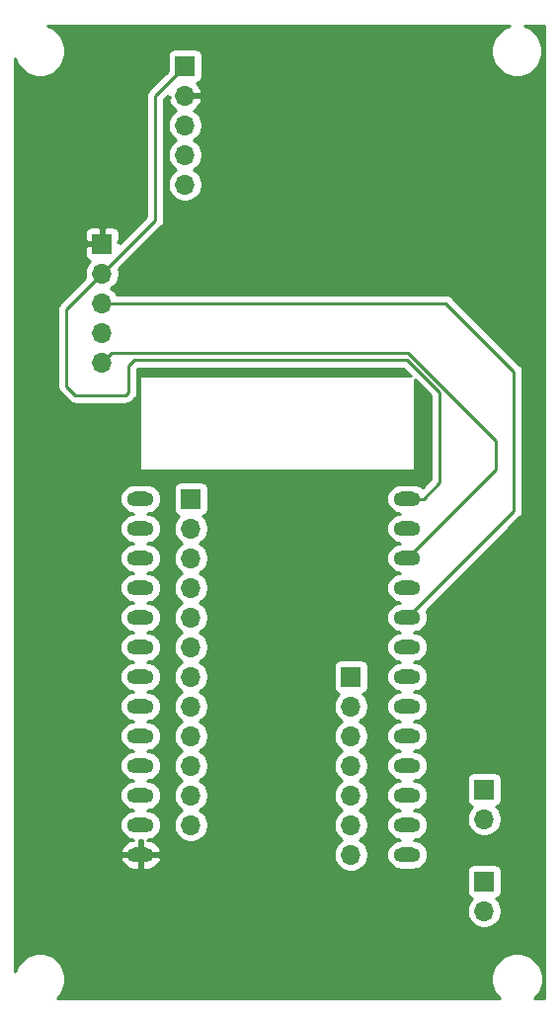
<source format=gbr>
%TF.GenerationSoftware,KiCad,Pcbnew,(5.1.6)-1*%
%TF.CreationDate,2021-04-30T10:44:39-04:00*%
%TF.ProjectId,Engine_Doctor_v0.1,456e6769-6e65-45f4-946f-63746f725f76,rev?*%
%TF.SameCoordinates,Original*%
%TF.FileFunction,Copper,L2,Bot*%
%TF.FilePolarity,Positive*%
%FSLAX46Y46*%
G04 Gerber Fmt 4.6, Leading zero omitted, Abs format (unit mm)*
G04 Created by KiCad (PCBNEW (5.1.6)-1) date 2021-04-30 10:44:39*
%MOMM*%
%LPD*%
G01*
G04 APERTURE LIST*
%TA.AperFunction,ComponentPad*%
%ADD10O,1.700000X1.700000*%
%TD*%
%TA.AperFunction,ComponentPad*%
%ADD11R,1.700000X1.700000*%
%TD*%
%TA.AperFunction,ComponentPad*%
%ADD12O,2.286000X1.270000*%
%TD*%
%TA.AperFunction,Conductor*%
%ADD13C,0.250000*%
%TD*%
%TA.AperFunction,Conductor*%
%ADD14C,0.254000*%
%TD*%
G04 APERTURE END LIST*
D10*
%TO.P,J2,5*%
%TO.N,Net-(J2-Pad5)*%
X193294000Y-90424000D03*
%TO.P,J2,4*%
%TO.N,SDA*%
X193294000Y-87884000D03*
%TO.P,J2,3*%
%TO.N,SCL*%
X193294000Y-85344000D03*
%TO.P,J2,2*%
%TO.N,GND*%
X193294000Y-82804000D03*
D11*
%TO.P,J2,1*%
%TO.N,3v3*%
X193294000Y-80264000D03*
%TD*%
D12*
%TO.P,U1,7*%
%TO.N,S33*%
X189484000Y-132588000D03*
%TO.P,U1,20*%
%TO.N,CS*%
X212344000Y-132588000D03*
%TO.P,U1,6*%
%TO.N,S32*%
X189484000Y-130048000D03*
%TO.P,U1,5*%
%TO.N,S35*%
X189484000Y-127508000D03*
%TO.P,U1,4*%
%TO.N,S34*%
X189484000Y-124968000D03*
%TO.P,U1,3*%
%TO.N,SEN*%
X189484000Y-122428000D03*
%TO.P,U1,2*%
%TO.N,SVN*%
X189484000Y-119888000D03*
%TO.P,U1,1*%
%TO.N,SVP*%
X189484000Y-117348000D03*
%TO.P,U1,21*%
%TO.N,S5*%
X212344000Y-130048000D03*
%TO.P,U1,22*%
%TO.N,SCK*%
X212344000Y-127508000D03*
%TO.P,U1,23*%
%TO.N,S23*%
X212344000Y-124968000D03*
%TO.P,U1,24*%
%TO.N,SO*%
X212344000Y-122428000D03*
%TO.P,U1,25*%
%TO.N,S22*%
X212344000Y-119888000D03*
%TO.P,U1,26*%
%TO.N,3v3*%
X212344000Y-117348000D03*
%TO.P,U1,19*%
%TO.N,SCL*%
X212344000Y-135128000D03*
%TO.P,U1,18*%
%TO.N,SDA*%
X212344000Y-137668000D03*
%TO.P,U1,17*%
%TO.N,S0*%
X212344000Y-140208000D03*
%TO.P,U1,16*%
%TO.N,S2*%
X212344000Y-142748000D03*
%TO.P,U1,15*%
%TO.N,S15*%
X212344000Y-145288000D03*
%TO.P,U1,14*%
%TO.N,S13*%
X212344000Y-147828000D03*
%TO.P,U1,8*%
%TO.N,S25*%
X189484000Y-135128000D03*
%TO.P,U1,9*%
%TO.N,S26*%
X189484000Y-137668000D03*
%TO.P,U1,10*%
%TO.N,S27*%
X189484000Y-140208000D03*
%TO.P,U1,11*%
%TO.N,S14*%
X189484000Y-142748000D03*
%TO.P,U1,12*%
%TO.N,S12*%
X189484000Y-145288000D03*
%TO.P,U1,13*%
%TO.N,GND*%
X189484000Y-147828000D03*
%TD*%
D11*
%TO.P,J1,1*%
%TO.N,GND*%
X186182000Y-95504000D03*
D10*
%TO.P,J1,2*%
%TO.N,3v3*%
X186182000Y-98044000D03*
%TO.P,J1,3*%
%TO.N,SCK*%
X186182000Y-100584000D03*
%TO.P,J1,4*%
%TO.N,CS*%
X186182000Y-103124000D03*
%TO.P,J1,5*%
%TO.N,SO*%
X186182000Y-105664000D03*
%TD*%
%TO.P,J3,2*%
%TO.N,Net-(J3-Pad2)*%
X218948000Y-152654000D03*
D11*
%TO.P,J3,1*%
%TO.N,Net-(J3-Pad1)*%
X218948000Y-150114000D03*
%TD*%
%TO.P,SW1,1*%
%TO.N,Net-(J3-Pad1)*%
X218948000Y-142240000D03*
D10*
%TO.P,SW1,2*%
%TO.N,Net-(J3-Pad2)*%
X218948000Y-144780000D03*
%TD*%
D11*
%TO.P,J4,1*%
%TO.N,SVP*%
X193802000Y-117348000D03*
D10*
%TO.P,J4,2*%
%TO.N,SVN*%
X193802000Y-119888000D03*
%TO.P,J4,3*%
%TO.N,SEN*%
X193802000Y-122428000D03*
%TO.P,J4,4*%
%TO.N,S34*%
X193802000Y-124968000D03*
%TO.P,J4,5*%
%TO.N,S35*%
X193802000Y-127508000D03*
%TO.P,J4,6*%
%TO.N,S32*%
X193802000Y-130048000D03*
%TO.P,J4,7*%
%TO.N,S33*%
X193802000Y-132588000D03*
%TO.P,J4,8*%
%TO.N,S25*%
X193802000Y-135128000D03*
%TO.P,J4,9*%
%TO.N,S26*%
X193802000Y-137668000D03*
%TO.P,J4,10*%
%TO.N,S27*%
X193802000Y-140208000D03*
%TO.P,J4,11*%
%TO.N,S14*%
X193802000Y-142748000D03*
%TO.P,J4,12*%
%TO.N,S12*%
X193802000Y-145288000D03*
%TD*%
D11*
%TO.P,J5,1*%
%TO.N,S22*%
X207518000Y-132588000D03*
D10*
%TO.P,J5,2*%
%TO.N,S23*%
X207518000Y-135128000D03*
%TO.P,J5,3*%
%TO.N,S5*%
X207518000Y-137668000D03*
%TO.P,J5,4*%
%TO.N,S0*%
X207518000Y-140208000D03*
%TO.P,J5,5*%
%TO.N,S2*%
X207518000Y-142748000D03*
%TO.P,J5,6*%
%TO.N,S15*%
X207518000Y-145288000D03*
%TO.P,J5,7*%
%TO.N,S13*%
X207518000Y-147828000D03*
%TD*%
D13*
%TO.N,3v3*%
X212344000Y-105410000D02*
X188976000Y-105410000D01*
X215138000Y-115947000D02*
X215138000Y-108204000D01*
X215138000Y-108204000D02*
X212344000Y-105410000D01*
X212344000Y-117348000D02*
X213737000Y-117348000D01*
X183134000Y-101092000D02*
X186182000Y-98044000D01*
X188976000Y-105410000D02*
X188468000Y-105918000D01*
X213737000Y-117348000D02*
X215138000Y-115947000D01*
X188214000Y-108458000D02*
X183896000Y-108458000D01*
X188468000Y-105918000D02*
X188468000Y-108204000D01*
X188468000Y-108204000D02*
X188214000Y-108458000D01*
X183896000Y-108458000D02*
X183134000Y-107696000D01*
X183134000Y-107696000D02*
X183134000Y-101092000D01*
X186182000Y-98044000D02*
X190754000Y-93472000D01*
X190754000Y-82804000D02*
X193294000Y-80264000D01*
X190754000Y-93472000D02*
X190754000Y-82804000D01*
%TO.N,SCK*%
X212344000Y-127508000D02*
X221488000Y-118364000D01*
X221488000Y-118364000D02*
X221488000Y-106426000D01*
X215646000Y-100584000D02*
X186182000Y-100584000D01*
X221488000Y-106426000D02*
X215646000Y-100584000D01*
%TO.N,SO*%
X212344000Y-122428000D02*
X219964000Y-114808000D01*
X212384411Y-104814001D02*
X187031999Y-104814001D01*
X187031999Y-104814001D02*
X186182000Y-105664000D01*
X219964000Y-112393590D02*
X212384411Y-104814001D01*
X219964000Y-114808000D02*
X219964000Y-112393590D01*
%TD*%
D14*
%TO.N,GND*%
G36*
X221096110Y-76864787D02*
G01*
X220693132Y-77031706D01*
X220330461Y-77274035D01*
X220022035Y-77582461D01*
X219779706Y-77945132D01*
X219612787Y-78348110D01*
X219527692Y-78775910D01*
X219527692Y-79212090D01*
X219612787Y-79639890D01*
X219779706Y-80042868D01*
X220022035Y-80405539D01*
X220330461Y-80713965D01*
X220693132Y-80956294D01*
X221096110Y-81123213D01*
X221523910Y-81208308D01*
X221960090Y-81208308D01*
X222387890Y-81123213D01*
X222790868Y-80956294D01*
X223153539Y-80713965D01*
X223461965Y-80405539D01*
X223704294Y-80042868D01*
X223871213Y-79639890D01*
X223956308Y-79212090D01*
X223956308Y-78775910D01*
X223871213Y-78348110D01*
X223704294Y-77945132D01*
X223461965Y-77582461D01*
X223153539Y-77274035D01*
X222790868Y-77031706D01*
X222387890Y-76864787D01*
X222363824Y-76860000D01*
X224130001Y-76860000D01*
X224130000Y-160122000D01*
X223268525Y-160122000D01*
X223482986Y-159907539D01*
X223725315Y-159544868D01*
X223892234Y-159141890D01*
X223977329Y-158714090D01*
X223977329Y-158277910D01*
X223892234Y-157850110D01*
X223725315Y-157447132D01*
X223482986Y-157084461D01*
X223174560Y-156776035D01*
X222811889Y-156533706D01*
X222408911Y-156366787D01*
X221981111Y-156281692D01*
X221544931Y-156281692D01*
X221117131Y-156366787D01*
X220714153Y-156533706D01*
X220351482Y-156776035D01*
X220043056Y-157084461D01*
X219800727Y-157447132D01*
X219633808Y-157850110D01*
X219548713Y-158277910D01*
X219548713Y-158714090D01*
X219633808Y-159141890D01*
X219800727Y-159544868D01*
X220043056Y-159907539D01*
X220257517Y-160122000D01*
X182353504Y-160122000D01*
X182567965Y-159907539D01*
X182810294Y-159544868D01*
X182977213Y-159141890D01*
X183062308Y-158714090D01*
X183062308Y-158277910D01*
X182977213Y-157850110D01*
X182810294Y-157447132D01*
X182567965Y-157084461D01*
X182259539Y-156776035D01*
X181896868Y-156533706D01*
X181493890Y-156366787D01*
X181066090Y-156281692D01*
X180629910Y-156281692D01*
X180202110Y-156366787D01*
X179799132Y-156533706D01*
X179436461Y-156776035D01*
X179128035Y-157084461D01*
X178885706Y-157447132D01*
X178718787Y-157850110D01*
X178714000Y-157874176D01*
X178714000Y-148151112D01*
X187747791Y-148151112D01*
X187754073Y-148196676D01*
X187849477Y-148427978D01*
X187988173Y-148636223D01*
X188164830Y-148813409D01*
X188372660Y-148952726D01*
X188603676Y-149048821D01*
X188849000Y-149098000D01*
X189357000Y-149098000D01*
X189357000Y-147955000D01*
X189611000Y-147955000D01*
X189611000Y-149098000D01*
X190119000Y-149098000D01*
X190364324Y-149048821D01*
X190595340Y-148952726D01*
X190803170Y-148813409D01*
X190979827Y-148636223D01*
X191118523Y-148427978D01*
X191213927Y-148196676D01*
X191220209Y-148151112D01*
X191095969Y-147955000D01*
X189611000Y-147955000D01*
X189357000Y-147955000D01*
X187872031Y-147955000D01*
X187747791Y-148151112D01*
X178714000Y-148151112D01*
X178714000Y-117348000D01*
X187699856Y-117348000D01*
X187724377Y-117596963D01*
X187796997Y-117836359D01*
X187914925Y-118056988D01*
X188073630Y-118250370D01*
X188267012Y-118409075D01*
X188487641Y-118527003D01*
X188727037Y-118599623D01*
X188913620Y-118618000D01*
X188727037Y-118636377D01*
X188487641Y-118708997D01*
X188267012Y-118826925D01*
X188073630Y-118985630D01*
X187914925Y-119179012D01*
X187796997Y-119399641D01*
X187724377Y-119639037D01*
X187699856Y-119888000D01*
X187724377Y-120136963D01*
X187796997Y-120376359D01*
X187914925Y-120596988D01*
X188073630Y-120790370D01*
X188267012Y-120949075D01*
X188487641Y-121067003D01*
X188727037Y-121139623D01*
X188913620Y-121158000D01*
X188727037Y-121176377D01*
X188487641Y-121248997D01*
X188267012Y-121366925D01*
X188073630Y-121525630D01*
X187914925Y-121719012D01*
X187796997Y-121939641D01*
X187724377Y-122179037D01*
X187699856Y-122428000D01*
X187724377Y-122676963D01*
X187796997Y-122916359D01*
X187914925Y-123136988D01*
X188073630Y-123330370D01*
X188267012Y-123489075D01*
X188487641Y-123607003D01*
X188727037Y-123679623D01*
X188913620Y-123698000D01*
X188727037Y-123716377D01*
X188487641Y-123788997D01*
X188267012Y-123906925D01*
X188073630Y-124065630D01*
X187914925Y-124259012D01*
X187796997Y-124479641D01*
X187724377Y-124719037D01*
X187699856Y-124968000D01*
X187724377Y-125216963D01*
X187796997Y-125456359D01*
X187914925Y-125676988D01*
X188073630Y-125870370D01*
X188267012Y-126029075D01*
X188487641Y-126147003D01*
X188727037Y-126219623D01*
X188913620Y-126238000D01*
X188727037Y-126256377D01*
X188487641Y-126328997D01*
X188267012Y-126446925D01*
X188073630Y-126605630D01*
X187914925Y-126799012D01*
X187796997Y-127019641D01*
X187724377Y-127259037D01*
X187699856Y-127508000D01*
X187724377Y-127756963D01*
X187796997Y-127996359D01*
X187914925Y-128216988D01*
X188073630Y-128410370D01*
X188267012Y-128569075D01*
X188487641Y-128687003D01*
X188727037Y-128759623D01*
X188913620Y-128778000D01*
X188727037Y-128796377D01*
X188487641Y-128868997D01*
X188267012Y-128986925D01*
X188073630Y-129145630D01*
X187914925Y-129339012D01*
X187796997Y-129559641D01*
X187724377Y-129799037D01*
X187699856Y-130048000D01*
X187724377Y-130296963D01*
X187796997Y-130536359D01*
X187914925Y-130756988D01*
X188073630Y-130950370D01*
X188267012Y-131109075D01*
X188487641Y-131227003D01*
X188727037Y-131299623D01*
X188913620Y-131318000D01*
X188727037Y-131336377D01*
X188487641Y-131408997D01*
X188267012Y-131526925D01*
X188073630Y-131685630D01*
X187914925Y-131879012D01*
X187796997Y-132099641D01*
X187724377Y-132339037D01*
X187699856Y-132588000D01*
X187724377Y-132836963D01*
X187796997Y-133076359D01*
X187914925Y-133296988D01*
X188073630Y-133490370D01*
X188267012Y-133649075D01*
X188487641Y-133767003D01*
X188727037Y-133839623D01*
X188913620Y-133858000D01*
X188727037Y-133876377D01*
X188487641Y-133948997D01*
X188267012Y-134066925D01*
X188073630Y-134225630D01*
X187914925Y-134419012D01*
X187796997Y-134639641D01*
X187724377Y-134879037D01*
X187699856Y-135128000D01*
X187724377Y-135376963D01*
X187796997Y-135616359D01*
X187914925Y-135836988D01*
X188073630Y-136030370D01*
X188267012Y-136189075D01*
X188487641Y-136307003D01*
X188727037Y-136379623D01*
X188913620Y-136398000D01*
X188727037Y-136416377D01*
X188487641Y-136488997D01*
X188267012Y-136606925D01*
X188073630Y-136765630D01*
X187914925Y-136959012D01*
X187796997Y-137179641D01*
X187724377Y-137419037D01*
X187699856Y-137668000D01*
X187724377Y-137916963D01*
X187796997Y-138156359D01*
X187914925Y-138376988D01*
X188073630Y-138570370D01*
X188267012Y-138729075D01*
X188487641Y-138847003D01*
X188727037Y-138919623D01*
X188913620Y-138938000D01*
X188727037Y-138956377D01*
X188487641Y-139028997D01*
X188267012Y-139146925D01*
X188073630Y-139305630D01*
X187914925Y-139499012D01*
X187796997Y-139719641D01*
X187724377Y-139959037D01*
X187699856Y-140208000D01*
X187724377Y-140456963D01*
X187796997Y-140696359D01*
X187914925Y-140916988D01*
X188073630Y-141110370D01*
X188267012Y-141269075D01*
X188487641Y-141387003D01*
X188727037Y-141459623D01*
X188913620Y-141478000D01*
X188727037Y-141496377D01*
X188487641Y-141568997D01*
X188267012Y-141686925D01*
X188073630Y-141845630D01*
X187914925Y-142039012D01*
X187796997Y-142259641D01*
X187724377Y-142499037D01*
X187699856Y-142748000D01*
X187724377Y-142996963D01*
X187796997Y-143236359D01*
X187914925Y-143456988D01*
X188073630Y-143650370D01*
X188267012Y-143809075D01*
X188487641Y-143927003D01*
X188727037Y-143999623D01*
X188913620Y-144018000D01*
X188727037Y-144036377D01*
X188487641Y-144108997D01*
X188267012Y-144226925D01*
X188073630Y-144385630D01*
X187914925Y-144579012D01*
X187796997Y-144799641D01*
X187724377Y-145039037D01*
X187699856Y-145288000D01*
X187724377Y-145536963D01*
X187796997Y-145776359D01*
X187914925Y-145996988D01*
X188073630Y-146190370D01*
X188267012Y-146349075D01*
X188487641Y-146467003D01*
X188727037Y-146539623D01*
X188913620Y-146558000D01*
X188849000Y-146558000D01*
X188603676Y-146607179D01*
X188372660Y-146703274D01*
X188164830Y-146842591D01*
X187988173Y-147019777D01*
X187849477Y-147228022D01*
X187754073Y-147459324D01*
X187747791Y-147504888D01*
X187872031Y-147701000D01*
X189357000Y-147701000D01*
X189357000Y-146558000D01*
X189611000Y-146558000D01*
X189611000Y-147701000D01*
X191095969Y-147701000D01*
X191220209Y-147504888D01*
X191213927Y-147459324D01*
X191118523Y-147228022D01*
X190979827Y-147019777D01*
X190803170Y-146842591D01*
X190595340Y-146703274D01*
X190364324Y-146607179D01*
X190119000Y-146558000D01*
X190054380Y-146558000D01*
X190240963Y-146539623D01*
X190480359Y-146467003D01*
X190700988Y-146349075D01*
X190894370Y-146190370D01*
X191053075Y-145996988D01*
X191171003Y-145776359D01*
X191243623Y-145536963D01*
X191268144Y-145288000D01*
X191243623Y-145039037D01*
X191171003Y-144799641D01*
X191053075Y-144579012D01*
X190894370Y-144385630D01*
X190700988Y-144226925D01*
X190480359Y-144108997D01*
X190240963Y-144036377D01*
X190054380Y-144018000D01*
X190240963Y-143999623D01*
X190480359Y-143927003D01*
X190700988Y-143809075D01*
X190894370Y-143650370D01*
X191053075Y-143456988D01*
X191171003Y-143236359D01*
X191243623Y-142996963D01*
X191268144Y-142748000D01*
X191243623Y-142499037D01*
X191171003Y-142259641D01*
X191053075Y-142039012D01*
X190894370Y-141845630D01*
X190700988Y-141686925D01*
X190480359Y-141568997D01*
X190240963Y-141496377D01*
X190054380Y-141478000D01*
X190240963Y-141459623D01*
X190480359Y-141387003D01*
X190700988Y-141269075D01*
X190894370Y-141110370D01*
X191053075Y-140916988D01*
X191171003Y-140696359D01*
X191243623Y-140456963D01*
X191268144Y-140208000D01*
X191243623Y-139959037D01*
X191171003Y-139719641D01*
X191053075Y-139499012D01*
X190894370Y-139305630D01*
X190700988Y-139146925D01*
X190480359Y-139028997D01*
X190240963Y-138956377D01*
X190054380Y-138938000D01*
X190240963Y-138919623D01*
X190480359Y-138847003D01*
X190700988Y-138729075D01*
X190894370Y-138570370D01*
X191053075Y-138376988D01*
X191171003Y-138156359D01*
X191243623Y-137916963D01*
X191268144Y-137668000D01*
X191243623Y-137419037D01*
X191171003Y-137179641D01*
X191053075Y-136959012D01*
X190894370Y-136765630D01*
X190700988Y-136606925D01*
X190480359Y-136488997D01*
X190240963Y-136416377D01*
X190054380Y-136398000D01*
X190240963Y-136379623D01*
X190480359Y-136307003D01*
X190700988Y-136189075D01*
X190894370Y-136030370D01*
X191053075Y-135836988D01*
X191171003Y-135616359D01*
X191243623Y-135376963D01*
X191268144Y-135128000D01*
X191243623Y-134879037D01*
X191171003Y-134639641D01*
X191053075Y-134419012D01*
X190894370Y-134225630D01*
X190700988Y-134066925D01*
X190480359Y-133948997D01*
X190240963Y-133876377D01*
X190054380Y-133858000D01*
X190240963Y-133839623D01*
X190480359Y-133767003D01*
X190700988Y-133649075D01*
X190894370Y-133490370D01*
X191053075Y-133296988D01*
X191171003Y-133076359D01*
X191243623Y-132836963D01*
X191268144Y-132588000D01*
X191243623Y-132339037D01*
X191171003Y-132099641D01*
X191053075Y-131879012D01*
X190894370Y-131685630D01*
X190700988Y-131526925D01*
X190480359Y-131408997D01*
X190240963Y-131336377D01*
X190054380Y-131318000D01*
X190240963Y-131299623D01*
X190480359Y-131227003D01*
X190700988Y-131109075D01*
X190894370Y-130950370D01*
X191053075Y-130756988D01*
X191171003Y-130536359D01*
X191243623Y-130296963D01*
X191268144Y-130048000D01*
X191243623Y-129799037D01*
X191171003Y-129559641D01*
X191053075Y-129339012D01*
X190894370Y-129145630D01*
X190700988Y-128986925D01*
X190480359Y-128868997D01*
X190240963Y-128796377D01*
X190054380Y-128778000D01*
X190240963Y-128759623D01*
X190480359Y-128687003D01*
X190700988Y-128569075D01*
X190894370Y-128410370D01*
X191053075Y-128216988D01*
X191171003Y-127996359D01*
X191243623Y-127756963D01*
X191268144Y-127508000D01*
X191243623Y-127259037D01*
X191171003Y-127019641D01*
X191053075Y-126799012D01*
X190894370Y-126605630D01*
X190700988Y-126446925D01*
X190480359Y-126328997D01*
X190240963Y-126256377D01*
X190054380Y-126238000D01*
X190240963Y-126219623D01*
X190480359Y-126147003D01*
X190700988Y-126029075D01*
X190894370Y-125870370D01*
X191053075Y-125676988D01*
X191171003Y-125456359D01*
X191243623Y-125216963D01*
X191268144Y-124968000D01*
X191243623Y-124719037D01*
X191171003Y-124479641D01*
X191053075Y-124259012D01*
X190894370Y-124065630D01*
X190700988Y-123906925D01*
X190480359Y-123788997D01*
X190240963Y-123716377D01*
X190054380Y-123698000D01*
X190240963Y-123679623D01*
X190480359Y-123607003D01*
X190700988Y-123489075D01*
X190894370Y-123330370D01*
X191053075Y-123136988D01*
X191171003Y-122916359D01*
X191243623Y-122676963D01*
X191268144Y-122428000D01*
X191243623Y-122179037D01*
X191171003Y-121939641D01*
X191053075Y-121719012D01*
X190894370Y-121525630D01*
X190700988Y-121366925D01*
X190480359Y-121248997D01*
X190240963Y-121176377D01*
X190054380Y-121158000D01*
X190240963Y-121139623D01*
X190480359Y-121067003D01*
X190700988Y-120949075D01*
X190894370Y-120790370D01*
X191053075Y-120596988D01*
X191171003Y-120376359D01*
X191243623Y-120136963D01*
X191268144Y-119888000D01*
X191243623Y-119639037D01*
X191171003Y-119399641D01*
X191053075Y-119179012D01*
X190894370Y-118985630D01*
X190700988Y-118826925D01*
X190480359Y-118708997D01*
X190240963Y-118636377D01*
X190054380Y-118618000D01*
X190240963Y-118599623D01*
X190480359Y-118527003D01*
X190700988Y-118409075D01*
X190894370Y-118250370D01*
X191053075Y-118056988D01*
X191171003Y-117836359D01*
X191243623Y-117596963D01*
X191268144Y-117348000D01*
X191243623Y-117099037D01*
X191171003Y-116859641D01*
X191053075Y-116639012D01*
X190937350Y-116498000D01*
X192313928Y-116498000D01*
X192313928Y-118198000D01*
X192326188Y-118322482D01*
X192362498Y-118442180D01*
X192421463Y-118552494D01*
X192500815Y-118649185D01*
X192597506Y-118728537D01*
X192707820Y-118787502D01*
X192780380Y-118809513D01*
X192648525Y-118941368D01*
X192486010Y-119184589D01*
X192374068Y-119454842D01*
X192317000Y-119741740D01*
X192317000Y-120034260D01*
X192374068Y-120321158D01*
X192486010Y-120591411D01*
X192648525Y-120834632D01*
X192855368Y-121041475D01*
X193029760Y-121158000D01*
X192855368Y-121274525D01*
X192648525Y-121481368D01*
X192486010Y-121724589D01*
X192374068Y-121994842D01*
X192317000Y-122281740D01*
X192317000Y-122574260D01*
X192374068Y-122861158D01*
X192486010Y-123131411D01*
X192648525Y-123374632D01*
X192855368Y-123581475D01*
X193029760Y-123698000D01*
X192855368Y-123814525D01*
X192648525Y-124021368D01*
X192486010Y-124264589D01*
X192374068Y-124534842D01*
X192317000Y-124821740D01*
X192317000Y-125114260D01*
X192374068Y-125401158D01*
X192486010Y-125671411D01*
X192648525Y-125914632D01*
X192855368Y-126121475D01*
X193029760Y-126238000D01*
X192855368Y-126354525D01*
X192648525Y-126561368D01*
X192486010Y-126804589D01*
X192374068Y-127074842D01*
X192317000Y-127361740D01*
X192317000Y-127654260D01*
X192374068Y-127941158D01*
X192486010Y-128211411D01*
X192648525Y-128454632D01*
X192855368Y-128661475D01*
X193029760Y-128778000D01*
X192855368Y-128894525D01*
X192648525Y-129101368D01*
X192486010Y-129344589D01*
X192374068Y-129614842D01*
X192317000Y-129901740D01*
X192317000Y-130194260D01*
X192374068Y-130481158D01*
X192486010Y-130751411D01*
X192648525Y-130994632D01*
X192855368Y-131201475D01*
X193029760Y-131318000D01*
X192855368Y-131434525D01*
X192648525Y-131641368D01*
X192486010Y-131884589D01*
X192374068Y-132154842D01*
X192317000Y-132441740D01*
X192317000Y-132734260D01*
X192374068Y-133021158D01*
X192486010Y-133291411D01*
X192648525Y-133534632D01*
X192855368Y-133741475D01*
X193029760Y-133858000D01*
X192855368Y-133974525D01*
X192648525Y-134181368D01*
X192486010Y-134424589D01*
X192374068Y-134694842D01*
X192317000Y-134981740D01*
X192317000Y-135274260D01*
X192374068Y-135561158D01*
X192486010Y-135831411D01*
X192648525Y-136074632D01*
X192855368Y-136281475D01*
X193029760Y-136398000D01*
X192855368Y-136514525D01*
X192648525Y-136721368D01*
X192486010Y-136964589D01*
X192374068Y-137234842D01*
X192317000Y-137521740D01*
X192317000Y-137814260D01*
X192374068Y-138101158D01*
X192486010Y-138371411D01*
X192648525Y-138614632D01*
X192855368Y-138821475D01*
X193029760Y-138938000D01*
X192855368Y-139054525D01*
X192648525Y-139261368D01*
X192486010Y-139504589D01*
X192374068Y-139774842D01*
X192317000Y-140061740D01*
X192317000Y-140354260D01*
X192374068Y-140641158D01*
X192486010Y-140911411D01*
X192648525Y-141154632D01*
X192855368Y-141361475D01*
X193029760Y-141478000D01*
X192855368Y-141594525D01*
X192648525Y-141801368D01*
X192486010Y-142044589D01*
X192374068Y-142314842D01*
X192317000Y-142601740D01*
X192317000Y-142894260D01*
X192374068Y-143181158D01*
X192486010Y-143451411D01*
X192648525Y-143694632D01*
X192855368Y-143901475D01*
X193029760Y-144018000D01*
X192855368Y-144134525D01*
X192648525Y-144341368D01*
X192486010Y-144584589D01*
X192374068Y-144854842D01*
X192317000Y-145141740D01*
X192317000Y-145434260D01*
X192374068Y-145721158D01*
X192486010Y-145991411D01*
X192648525Y-146234632D01*
X192855368Y-146441475D01*
X193098589Y-146603990D01*
X193368842Y-146715932D01*
X193655740Y-146773000D01*
X193948260Y-146773000D01*
X194235158Y-146715932D01*
X194505411Y-146603990D01*
X194748632Y-146441475D01*
X194955475Y-146234632D01*
X195117990Y-145991411D01*
X195229932Y-145721158D01*
X195287000Y-145434260D01*
X195287000Y-145141740D01*
X195229932Y-144854842D01*
X195117990Y-144584589D01*
X194955475Y-144341368D01*
X194748632Y-144134525D01*
X194574240Y-144018000D01*
X194748632Y-143901475D01*
X194955475Y-143694632D01*
X195117990Y-143451411D01*
X195229932Y-143181158D01*
X195287000Y-142894260D01*
X195287000Y-142601740D01*
X195229932Y-142314842D01*
X195117990Y-142044589D01*
X194955475Y-141801368D01*
X194748632Y-141594525D01*
X194574240Y-141478000D01*
X194748632Y-141361475D01*
X194955475Y-141154632D01*
X195117990Y-140911411D01*
X195229932Y-140641158D01*
X195287000Y-140354260D01*
X195287000Y-140061740D01*
X195229932Y-139774842D01*
X195117990Y-139504589D01*
X194955475Y-139261368D01*
X194748632Y-139054525D01*
X194574240Y-138938000D01*
X194748632Y-138821475D01*
X194955475Y-138614632D01*
X195117990Y-138371411D01*
X195229932Y-138101158D01*
X195287000Y-137814260D01*
X195287000Y-137521740D01*
X195229932Y-137234842D01*
X195117990Y-136964589D01*
X194955475Y-136721368D01*
X194748632Y-136514525D01*
X194574240Y-136398000D01*
X194748632Y-136281475D01*
X194955475Y-136074632D01*
X195117990Y-135831411D01*
X195229932Y-135561158D01*
X195287000Y-135274260D01*
X195287000Y-134981740D01*
X195229932Y-134694842D01*
X195117990Y-134424589D01*
X194955475Y-134181368D01*
X194748632Y-133974525D01*
X194574240Y-133858000D01*
X194748632Y-133741475D01*
X194955475Y-133534632D01*
X195117990Y-133291411D01*
X195229932Y-133021158D01*
X195287000Y-132734260D01*
X195287000Y-132441740D01*
X195229932Y-132154842D01*
X195117990Y-131884589D01*
X195020043Y-131738000D01*
X206029928Y-131738000D01*
X206029928Y-133438000D01*
X206042188Y-133562482D01*
X206078498Y-133682180D01*
X206137463Y-133792494D01*
X206216815Y-133889185D01*
X206313506Y-133968537D01*
X206423820Y-134027502D01*
X206496380Y-134049513D01*
X206364525Y-134181368D01*
X206202010Y-134424589D01*
X206090068Y-134694842D01*
X206033000Y-134981740D01*
X206033000Y-135274260D01*
X206090068Y-135561158D01*
X206202010Y-135831411D01*
X206364525Y-136074632D01*
X206571368Y-136281475D01*
X206745760Y-136398000D01*
X206571368Y-136514525D01*
X206364525Y-136721368D01*
X206202010Y-136964589D01*
X206090068Y-137234842D01*
X206033000Y-137521740D01*
X206033000Y-137814260D01*
X206090068Y-138101158D01*
X206202010Y-138371411D01*
X206364525Y-138614632D01*
X206571368Y-138821475D01*
X206745760Y-138938000D01*
X206571368Y-139054525D01*
X206364525Y-139261368D01*
X206202010Y-139504589D01*
X206090068Y-139774842D01*
X206033000Y-140061740D01*
X206033000Y-140354260D01*
X206090068Y-140641158D01*
X206202010Y-140911411D01*
X206364525Y-141154632D01*
X206571368Y-141361475D01*
X206745760Y-141478000D01*
X206571368Y-141594525D01*
X206364525Y-141801368D01*
X206202010Y-142044589D01*
X206090068Y-142314842D01*
X206033000Y-142601740D01*
X206033000Y-142894260D01*
X206090068Y-143181158D01*
X206202010Y-143451411D01*
X206364525Y-143694632D01*
X206571368Y-143901475D01*
X206745760Y-144018000D01*
X206571368Y-144134525D01*
X206364525Y-144341368D01*
X206202010Y-144584589D01*
X206090068Y-144854842D01*
X206033000Y-145141740D01*
X206033000Y-145434260D01*
X206090068Y-145721158D01*
X206202010Y-145991411D01*
X206364525Y-146234632D01*
X206571368Y-146441475D01*
X206745760Y-146558000D01*
X206571368Y-146674525D01*
X206364525Y-146881368D01*
X206202010Y-147124589D01*
X206090068Y-147394842D01*
X206033000Y-147681740D01*
X206033000Y-147974260D01*
X206090068Y-148261158D01*
X206202010Y-148531411D01*
X206364525Y-148774632D01*
X206571368Y-148981475D01*
X206814589Y-149143990D01*
X207084842Y-149255932D01*
X207371740Y-149313000D01*
X207664260Y-149313000D01*
X207910597Y-149264000D01*
X217459928Y-149264000D01*
X217459928Y-150964000D01*
X217472188Y-151088482D01*
X217508498Y-151208180D01*
X217567463Y-151318494D01*
X217646815Y-151415185D01*
X217743506Y-151494537D01*
X217853820Y-151553502D01*
X217926380Y-151575513D01*
X217794525Y-151707368D01*
X217632010Y-151950589D01*
X217520068Y-152220842D01*
X217463000Y-152507740D01*
X217463000Y-152800260D01*
X217520068Y-153087158D01*
X217632010Y-153357411D01*
X217794525Y-153600632D01*
X218001368Y-153807475D01*
X218244589Y-153969990D01*
X218514842Y-154081932D01*
X218801740Y-154139000D01*
X219094260Y-154139000D01*
X219381158Y-154081932D01*
X219651411Y-153969990D01*
X219894632Y-153807475D01*
X220101475Y-153600632D01*
X220263990Y-153357411D01*
X220375932Y-153087158D01*
X220433000Y-152800260D01*
X220433000Y-152507740D01*
X220375932Y-152220842D01*
X220263990Y-151950589D01*
X220101475Y-151707368D01*
X219969620Y-151575513D01*
X220042180Y-151553502D01*
X220152494Y-151494537D01*
X220249185Y-151415185D01*
X220328537Y-151318494D01*
X220387502Y-151208180D01*
X220423812Y-151088482D01*
X220436072Y-150964000D01*
X220436072Y-149264000D01*
X220423812Y-149139518D01*
X220387502Y-149019820D01*
X220328537Y-148909506D01*
X220249185Y-148812815D01*
X220152494Y-148733463D01*
X220042180Y-148674498D01*
X219922482Y-148638188D01*
X219798000Y-148625928D01*
X218098000Y-148625928D01*
X217973518Y-148638188D01*
X217853820Y-148674498D01*
X217743506Y-148733463D01*
X217646815Y-148812815D01*
X217567463Y-148909506D01*
X217508498Y-149019820D01*
X217472188Y-149139518D01*
X217459928Y-149264000D01*
X207910597Y-149264000D01*
X207951158Y-149255932D01*
X208221411Y-149143990D01*
X208464632Y-148981475D01*
X208671475Y-148774632D01*
X208833990Y-148531411D01*
X208945932Y-148261158D01*
X209003000Y-147974260D01*
X209003000Y-147681740D01*
X208945932Y-147394842D01*
X208833990Y-147124589D01*
X208671475Y-146881368D01*
X208464632Y-146674525D01*
X208290240Y-146558000D01*
X208464632Y-146441475D01*
X208671475Y-146234632D01*
X208833990Y-145991411D01*
X208945932Y-145721158D01*
X209003000Y-145434260D01*
X209003000Y-145141740D01*
X208945932Y-144854842D01*
X208833990Y-144584589D01*
X208671475Y-144341368D01*
X208464632Y-144134525D01*
X208290240Y-144018000D01*
X208464632Y-143901475D01*
X208671475Y-143694632D01*
X208833990Y-143451411D01*
X208945932Y-143181158D01*
X209003000Y-142894260D01*
X209003000Y-142601740D01*
X208945932Y-142314842D01*
X208833990Y-142044589D01*
X208671475Y-141801368D01*
X208464632Y-141594525D01*
X208290240Y-141478000D01*
X208464632Y-141361475D01*
X208671475Y-141154632D01*
X208833990Y-140911411D01*
X208945932Y-140641158D01*
X209003000Y-140354260D01*
X209003000Y-140061740D01*
X208945932Y-139774842D01*
X208833990Y-139504589D01*
X208671475Y-139261368D01*
X208464632Y-139054525D01*
X208290240Y-138938000D01*
X208464632Y-138821475D01*
X208671475Y-138614632D01*
X208833990Y-138371411D01*
X208945932Y-138101158D01*
X209003000Y-137814260D01*
X209003000Y-137521740D01*
X208945932Y-137234842D01*
X208833990Y-136964589D01*
X208671475Y-136721368D01*
X208464632Y-136514525D01*
X208290240Y-136398000D01*
X208464632Y-136281475D01*
X208671475Y-136074632D01*
X208833990Y-135831411D01*
X208945932Y-135561158D01*
X209003000Y-135274260D01*
X209003000Y-134981740D01*
X208945932Y-134694842D01*
X208833990Y-134424589D01*
X208671475Y-134181368D01*
X208539620Y-134049513D01*
X208612180Y-134027502D01*
X208722494Y-133968537D01*
X208819185Y-133889185D01*
X208898537Y-133792494D01*
X208957502Y-133682180D01*
X208993812Y-133562482D01*
X209006072Y-133438000D01*
X209006072Y-131738000D01*
X208993812Y-131613518D01*
X208957502Y-131493820D01*
X208898537Y-131383506D01*
X208819185Y-131286815D01*
X208722494Y-131207463D01*
X208612180Y-131148498D01*
X208492482Y-131112188D01*
X208368000Y-131099928D01*
X206668000Y-131099928D01*
X206543518Y-131112188D01*
X206423820Y-131148498D01*
X206313506Y-131207463D01*
X206216815Y-131286815D01*
X206137463Y-131383506D01*
X206078498Y-131493820D01*
X206042188Y-131613518D01*
X206029928Y-131738000D01*
X195020043Y-131738000D01*
X194955475Y-131641368D01*
X194748632Y-131434525D01*
X194574240Y-131318000D01*
X194748632Y-131201475D01*
X194955475Y-130994632D01*
X195117990Y-130751411D01*
X195229932Y-130481158D01*
X195287000Y-130194260D01*
X195287000Y-129901740D01*
X195229932Y-129614842D01*
X195117990Y-129344589D01*
X194955475Y-129101368D01*
X194748632Y-128894525D01*
X194574240Y-128778000D01*
X194748632Y-128661475D01*
X194955475Y-128454632D01*
X195117990Y-128211411D01*
X195229932Y-127941158D01*
X195287000Y-127654260D01*
X195287000Y-127361740D01*
X195229932Y-127074842D01*
X195117990Y-126804589D01*
X194955475Y-126561368D01*
X194748632Y-126354525D01*
X194574240Y-126238000D01*
X194748632Y-126121475D01*
X194955475Y-125914632D01*
X195117990Y-125671411D01*
X195229932Y-125401158D01*
X195287000Y-125114260D01*
X195287000Y-124821740D01*
X195229932Y-124534842D01*
X195117990Y-124264589D01*
X194955475Y-124021368D01*
X194748632Y-123814525D01*
X194574240Y-123698000D01*
X194748632Y-123581475D01*
X194955475Y-123374632D01*
X195117990Y-123131411D01*
X195229932Y-122861158D01*
X195287000Y-122574260D01*
X195287000Y-122281740D01*
X195229932Y-121994842D01*
X195117990Y-121724589D01*
X194955475Y-121481368D01*
X194748632Y-121274525D01*
X194574240Y-121158000D01*
X194748632Y-121041475D01*
X194955475Y-120834632D01*
X195117990Y-120591411D01*
X195229932Y-120321158D01*
X195287000Y-120034260D01*
X195287000Y-119741740D01*
X195229932Y-119454842D01*
X195117990Y-119184589D01*
X194955475Y-118941368D01*
X194823620Y-118809513D01*
X194896180Y-118787502D01*
X195006494Y-118728537D01*
X195103185Y-118649185D01*
X195182537Y-118552494D01*
X195241502Y-118442180D01*
X195277812Y-118322482D01*
X195290072Y-118198000D01*
X195290072Y-116498000D01*
X195277812Y-116373518D01*
X195241502Y-116253820D01*
X195182537Y-116143506D01*
X195103185Y-116046815D01*
X195006494Y-115967463D01*
X194896180Y-115908498D01*
X194776482Y-115872188D01*
X194652000Y-115859928D01*
X192952000Y-115859928D01*
X192827518Y-115872188D01*
X192707820Y-115908498D01*
X192597506Y-115967463D01*
X192500815Y-116046815D01*
X192421463Y-116143506D01*
X192362498Y-116253820D01*
X192326188Y-116373518D01*
X192313928Y-116498000D01*
X190937350Y-116498000D01*
X190894370Y-116445630D01*
X190700988Y-116286925D01*
X190480359Y-116168997D01*
X190240963Y-116096377D01*
X190054380Y-116078000D01*
X188913620Y-116078000D01*
X188727037Y-116096377D01*
X188487641Y-116168997D01*
X188267012Y-116286925D01*
X188073630Y-116445630D01*
X187914925Y-116639012D01*
X187796997Y-116859641D01*
X187724377Y-117099037D01*
X187699856Y-117348000D01*
X178714000Y-117348000D01*
X178714000Y-101092000D01*
X182370324Y-101092000D01*
X182374001Y-101129332D01*
X182374000Y-107658677D01*
X182370324Y-107696000D01*
X182374000Y-107733322D01*
X182374000Y-107733332D01*
X182384997Y-107844985D01*
X182415942Y-107946998D01*
X182428454Y-107988246D01*
X182499026Y-108120276D01*
X182536348Y-108165753D01*
X182593999Y-108236001D01*
X182623002Y-108259803D01*
X183332201Y-108969002D01*
X183355999Y-108998001D01*
X183471724Y-109092974D01*
X183603753Y-109163546D01*
X183747014Y-109207003D01*
X183858667Y-109218000D01*
X183858675Y-109218000D01*
X183896000Y-109221676D01*
X183933325Y-109218000D01*
X188176678Y-109218000D01*
X188214000Y-109221676D01*
X188251322Y-109218000D01*
X188251333Y-109218000D01*
X188362986Y-109207003D01*
X188506247Y-109163546D01*
X188638276Y-109092974D01*
X188754001Y-108998001D01*
X188777804Y-108968997D01*
X188978997Y-108767804D01*
X189008001Y-108744001D01*
X189102974Y-108628276D01*
X189173546Y-108496247D01*
X189217003Y-108352986D01*
X189228000Y-108241333D01*
X189228000Y-108241324D01*
X189231676Y-108204001D01*
X189228000Y-108166678D01*
X189228000Y-106232801D01*
X189290802Y-106170000D01*
X212029199Y-106170000D01*
X212666199Y-106807000D01*
X189484000Y-106807000D01*
X189459224Y-106809440D01*
X189435399Y-106816667D01*
X189413443Y-106828403D01*
X189394197Y-106844197D01*
X189378403Y-106863443D01*
X189366667Y-106885399D01*
X189359440Y-106909224D01*
X189357000Y-106934000D01*
X189357000Y-114808000D01*
X189359440Y-114832776D01*
X189366667Y-114856601D01*
X189378403Y-114878557D01*
X189394197Y-114897803D01*
X189413443Y-114913597D01*
X189435399Y-114925333D01*
X189459224Y-114932560D01*
X189484000Y-114935000D01*
X212852000Y-114935000D01*
X212876776Y-114932560D01*
X212900601Y-114925333D01*
X212922557Y-114913597D01*
X212941803Y-114897803D01*
X212957597Y-114878557D01*
X212969333Y-114856601D01*
X212976560Y-114832776D01*
X212979000Y-114808000D01*
X212979000Y-107119801D01*
X214378001Y-108518803D01*
X214378000Y-115632198D01*
X213650123Y-116360076D01*
X213560988Y-116286925D01*
X213340359Y-116168997D01*
X213100963Y-116096377D01*
X212914380Y-116078000D01*
X211773620Y-116078000D01*
X211587037Y-116096377D01*
X211347641Y-116168997D01*
X211127012Y-116286925D01*
X210933630Y-116445630D01*
X210774925Y-116639012D01*
X210656997Y-116859641D01*
X210584377Y-117099037D01*
X210559856Y-117348000D01*
X210584377Y-117596963D01*
X210656997Y-117836359D01*
X210774925Y-118056988D01*
X210933630Y-118250370D01*
X211127012Y-118409075D01*
X211347641Y-118527003D01*
X211587037Y-118599623D01*
X211773620Y-118618000D01*
X211587037Y-118636377D01*
X211347641Y-118708997D01*
X211127012Y-118826925D01*
X210933630Y-118985630D01*
X210774925Y-119179012D01*
X210656997Y-119399641D01*
X210584377Y-119639037D01*
X210559856Y-119888000D01*
X210584377Y-120136963D01*
X210656997Y-120376359D01*
X210774925Y-120596988D01*
X210933630Y-120790370D01*
X211127012Y-120949075D01*
X211347641Y-121067003D01*
X211587037Y-121139623D01*
X211773620Y-121158000D01*
X211587037Y-121176377D01*
X211347641Y-121248997D01*
X211127012Y-121366925D01*
X210933630Y-121525630D01*
X210774925Y-121719012D01*
X210656997Y-121939641D01*
X210584377Y-122179037D01*
X210559856Y-122428000D01*
X210584377Y-122676963D01*
X210656997Y-122916359D01*
X210774925Y-123136988D01*
X210933630Y-123330370D01*
X211127012Y-123489075D01*
X211347641Y-123607003D01*
X211587037Y-123679623D01*
X211773620Y-123698000D01*
X211587037Y-123716377D01*
X211347641Y-123788997D01*
X211127012Y-123906925D01*
X210933630Y-124065630D01*
X210774925Y-124259012D01*
X210656997Y-124479641D01*
X210584377Y-124719037D01*
X210559856Y-124968000D01*
X210584377Y-125216963D01*
X210656997Y-125456359D01*
X210774925Y-125676988D01*
X210933630Y-125870370D01*
X211127012Y-126029075D01*
X211347641Y-126147003D01*
X211587037Y-126219623D01*
X211773620Y-126238000D01*
X211587037Y-126256377D01*
X211347641Y-126328997D01*
X211127012Y-126446925D01*
X210933630Y-126605630D01*
X210774925Y-126799012D01*
X210656997Y-127019641D01*
X210584377Y-127259037D01*
X210559856Y-127508000D01*
X210584377Y-127756963D01*
X210656997Y-127996359D01*
X210774925Y-128216988D01*
X210933630Y-128410370D01*
X211127012Y-128569075D01*
X211347641Y-128687003D01*
X211587037Y-128759623D01*
X211773620Y-128778000D01*
X211587037Y-128796377D01*
X211347641Y-128868997D01*
X211127012Y-128986925D01*
X210933630Y-129145630D01*
X210774925Y-129339012D01*
X210656997Y-129559641D01*
X210584377Y-129799037D01*
X210559856Y-130048000D01*
X210584377Y-130296963D01*
X210656997Y-130536359D01*
X210774925Y-130756988D01*
X210933630Y-130950370D01*
X211127012Y-131109075D01*
X211347641Y-131227003D01*
X211587037Y-131299623D01*
X211773620Y-131318000D01*
X211587037Y-131336377D01*
X211347641Y-131408997D01*
X211127012Y-131526925D01*
X210933630Y-131685630D01*
X210774925Y-131879012D01*
X210656997Y-132099641D01*
X210584377Y-132339037D01*
X210559856Y-132588000D01*
X210584377Y-132836963D01*
X210656997Y-133076359D01*
X210774925Y-133296988D01*
X210933630Y-133490370D01*
X211127012Y-133649075D01*
X211347641Y-133767003D01*
X211587037Y-133839623D01*
X211773620Y-133858000D01*
X211587037Y-133876377D01*
X211347641Y-133948997D01*
X211127012Y-134066925D01*
X210933630Y-134225630D01*
X210774925Y-134419012D01*
X210656997Y-134639641D01*
X210584377Y-134879037D01*
X210559856Y-135128000D01*
X210584377Y-135376963D01*
X210656997Y-135616359D01*
X210774925Y-135836988D01*
X210933630Y-136030370D01*
X211127012Y-136189075D01*
X211347641Y-136307003D01*
X211587037Y-136379623D01*
X211773620Y-136398000D01*
X211587037Y-136416377D01*
X211347641Y-136488997D01*
X211127012Y-136606925D01*
X210933630Y-136765630D01*
X210774925Y-136959012D01*
X210656997Y-137179641D01*
X210584377Y-137419037D01*
X210559856Y-137668000D01*
X210584377Y-137916963D01*
X210656997Y-138156359D01*
X210774925Y-138376988D01*
X210933630Y-138570370D01*
X211127012Y-138729075D01*
X211347641Y-138847003D01*
X211587037Y-138919623D01*
X211773620Y-138938000D01*
X211587037Y-138956377D01*
X211347641Y-139028997D01*
X211127012Y-139146925D01*
X210933630Y-139305630D01*
X210774925Y-139499012D01*
X210656997Y-139719641D01*
X210584377Y-139959037D01*
X210559856Y-140208000D01*
X210584377Y-140456963D01*
X210656997Y-140696359D01*
X210774925Y-140916988D01*
X210933630Y-141110370D01*
X211127012Y-141269075D01*
X211347641Y-141387003D01*
X211587037Y-141459623D01*
X211773620Y-141478000D01*
X211587037Y-141496377D01*
X211347641Y-141568997D01*
X211127012Y-141686925D01*
X210933630Y-141845630D01*
X210774925Y-142039012D01*
X210656997Y-142259641D01*
X210584377Y-142499037D01*
X210559856Y-142748000D01*
X210584377Y-142996963D01*
X210656997Y-143236359D01*
X210774925Y-143456988D01*
X210933630Y-143650370D01*
X211127012Y-143809075D01*
X211347641Y-143927003D01*
X211587037Y-143999623D01*
X211773620Y-144018000D01*
X211587037Y-144036377D01*
X211347641Y-144108997D01*
X211127012Y-144226925D01*
X210933630Y-144385630D01*
X210774925Y-144579012D01*
X210656997Y-144799641D01*
X210584377Y-145039037D01*
X210559856Y-145288000D01*
X210584377Y-145536963D01*
X210656997Y-145776359D01*
X210774925Y-145996988D01*
X210933630Y-146190370D01*
X211127012Y-146349075D01*
X211347641Y-146467003D01*
X211587037Y-146539623D01*
X211773620Y-146558000D01*
X211587037Y-146576377D01*
X211347641Y-146648997D01*
X211127012Y-146766925D01*
X210933630Y-146925630D01*
X210774925Y-147119012D01*
X210656997Y-147339641D01*
X210584377Y-147579037D01*
X210559856Y-147828000D01*
X210584377Y-148076963D01*
X210656997Y-148316359D01*
X210774925Y-148536988D01*
X210933630Y-148730370D01*
X211127012Y-148889075D01*
X211347641Y-149007003D01*
X211587037Y-149079623D01*
X211773620Y-149098000D01*
X212914380Y-149098000D01*
X213100963Y-149079623D01*
X213340359Y-149007003D01*
X213560988Y-148889075D01*
X213754370Y-148730370D01*
X213913075Y-148536988D01*
X214031003Y-148316359D01*
X214103623Y-148076963D01*
X214128144Y-147828000D01*
X214103623Y-147579037D01*
X214031003Y-147339641D01*
X213913075Y-147119012D01*
X213754370Y-146925630D01*
X213560988Y-146766925D01*
X213340359Y-146648997D01*
X213100963Y-146576377D01*
X212914380Y-146558000D01*
X213100963Y-146539623D01*
X213340359Y-146467003D01*
X213560988Y-146349075D01*
X213754370Y-146190370D01*
X213913075Y-145996988D01*
X214031003Y-145776359D01*
X214103623Y-145536963D01*
X214128144Y-145288000D01*
X214103623Y-145039037D01*
X214031003Y-144799641D01*
X213913075Y-144579012D01*
X213754370Y-144385630D01*
X213560988Y-144226925D01*
X213340359Y-144108997D01*
X213100963Y-144036377D01*
X212914380Y-144018000D01*
X213100963Y-143999623D01*
X213340359Y-143927003D01*
X213560988Y-143809075D01*
X213754370Y-143650370D01*
X213913075Y-143456988D01*
X214031003Y-143236359D01*
X214103623Y-142996963D01*
X214128144Y-142748000D01*
X214103623Y-142499037D01*
X214031003Y-142259641D01*
X213913075Y-142039012D01*
X213754370Y-141845630D01*
X213560988Y-141686925D01*
X213340359Y-141568997D01*
X213100963Y-141496377D01*
X212914380Y-141478000D01*
X213100963Y-141459623D01*
X213330479Y-141390000D01*
X217459928Y-141390000D01*
X217459928Y-143090000D01*
X217472188Y-143214482D01*
X217508498Y-143334180D01*
X217567463Y-143444494D01*
X217646815Y-143541185D01*
X217743506Y-143620537D01*
X217853820Y-143679502D01*
X217926380Y-143701513D01*
X217794525Y-143833368D01*
X217632010Y-144076589D01*
X217520068Y-144346842D01*
X217463000Y-144633740D01*
X217463000Y-144926260D01*
X217520068Y-145213158D01*
X217632010Y-145483411D01*
X217794525Y-145726632D01*
X218001368Y-145933475D01*
X218244589Y-146095990D01*
X218514842Y-146207932D01*
X218801740Y-146265000D01*
X219094260Y-146265000D01*
X219381158Y-146207932D01*
X219651411Y-146095990D01*
X219894632Y-145933475D01*
X220101475Y-145726632D01*
X220263990Y-145483411D01*
X220375932Y-145213158D01*
X220433000Y-144926260D01*
X220433000Y-144633740D01*
X220375932Y-144346842D01*
X220263990Y-144076589D01*
X220101475Y-143833368D01*
X219969620Y-143701513D01*
X220042180Y-143679502D01*
X220152494Y-143620537D01*
X220249185Y-143541185D01*
X220328537Y-143444494D01*
X220387502Y-143334180D01*
X220423812Y-143214482D01*
X220436072Y-143090000D01*
X220436072Y-141390000D01*
X220423812Y-141265518D01*
X220387502Y-141145820D01*
X220328537Y-141035506D01*
X220249185Y-140938815D01*
X220152494Y-140859463D01*
X220042180Y-140800498D01*
X219922482Y-140764188D01*
X219798000Y-140751928D01*
X218098000Y-140751928D01*
X217973518Y-140764188D01*
X217853820Y-140800498D01*
X217743506Y-140859463D01*
X217646815Y-140938815D01*
X217567463Y-141035506D01*
X217508498Y-141145820D01*
X217472188Y-141265518D01*
X217459928Y-141390000D01*
X213330479Y-141390000D01*
X213340359Y-141387003D01*
X213560988Y-141269075D01*
X213754370Y-141110370D01*
X213913075Y-140916988D01*
X214031003Y-140696359D01*
X214103623Y-140456963D01*
X214128144Y-140208000D01*
X214103623Y-139959037D01*
X214031003Y-139719641D01*
X213913075Y-139499012D01*
X213754370Y-139305630D01*
X213560988Y-139146925D01*
X213340359Y-139028997D01*
X213100963Y-138956377D01*
X212914380Y-138938000D01*
X213100963Y-138919623D01*
X213340359Y-138847003D01*
X213560988Y-138729075D01*
X213754370Y-138570370D01*
X213913075Y-138376988D01*
X214031003Y-138156359D01*
X214103623Y-137916963D01*
X214128144Y-137668000D01*
X214103623Y-137419037D01*
X214031003Y-137179641D01*
X213913075Y-136959012D01*
X213754370Y-136765630D01*
X213560988Y-136606925D01*
X213340359Y-136488997D01*
X213100963Y-136416377D01*
X212914380Y-136398000D01*
X213100963Y-136379623D01*
X213340359Y-136307003D01*
X213560988Y-136189075D01*
X213754370Y-136030370D01*
X213913075Y-135836988D01*
X214031003Y-135616359D01*
X214103623Y-135376963D01*
X214128144Y-135128000D01*
X214103623Y-134879037D01*
X214031003Y-134639641D01*
X213913075Y-134419012D01*
X213754370Y-134225630D01*
X213560988Y-134066925D01*
X213340359Y-133948997D01*
X213100963Y-133876377D01*
X212914380Y-133858000D01*
X213100963Y-133839623D01*
X213340359Y-133767003D01*
X213560988Y-133649075D01*
X213754370Y-133490370D01*
X213913075Y-133296988D01*
X214031003Y-133076359D01*
X214103623Y-132836963D01*
X214128144Y-132588000D01*
X214103623Y-132339037D01*
X214031003Y-132099641D01*
X213913075Y-131879012D01*
X213754370Y-131685630D01*
X213560988Y-131526925D01*
X213340359Y-131408997D01*
X213100963Y-131336377D01*
X212914380Y-131318000D01*
X213100963Y-131299623D01*
X213340359Y-131227003D01*
X213560988Y-131109075D01*
X213754370Y-130950370D01*
X213913075Y-130756988D01*
X214031003Y-130536359D01*
X214103623Y-130296963D01*
X214128144Y-130048000D01*
X214103623Y-129799037D01*
X214031003Y-129559641D01*
X213913075Y-129339012D01*
X213754370Y-129145630D01*
X213560988Y-128986925D01*
X213340359Y-128868997D01*
X213100963Y-128796377D01*
X212914380Y-128778000D01*
X213100963Y-128759623D01*
X213340359Y-128687003D01*
X213560988Y-128569075D01*
X213754370Y-128410370D01*
X213913075Y-128216988D01*
X214031003Y-127996359D01*
X214103623Y-127756963D01*
X214128144Y-127508000D01*
X214103623Y-127259037D01*
X214031003Y-127019641D01*
X213987865Y-126938936D01*
X221999004Y-118927798D01*
X222028001Y-118904001D01*
X222122974Y-118788276D01*
X222193546Y-118656247D01*
X222237003Y-118512986D01*
X222248000Y-118401333D01*
X222248000Y-118401323D01*
X222251676Y-118364000D01*
X222248000Y-118326677D01*
X222248000Y-106463325D01*
X222251676Y-106426000D01*
X222248000Y-106388675D01*
X222248000Y-106388667D01*
X222237003Y-106277014D01*
X222193546Y-106133753D01*
X222122974Y-106001724D01*
X222028001Y-105885999D01*
X221999003Y-105862201D01*
X216209804Y-100073003D01*
X216186001Y-100043999D01*
X216070276Y-99949026D01*
X215938247Y-99878454D01*
X215794986Y-99834997D01*
X215683333Y-99824000D01*
X215683322Y-99824000D01*
X215646000Y-99820324D01*
X215608678Y-99824000D01*
X187460178Y-99824000D01*
X187335475Y-99637368D01*
X187128632Y-99430525D01*
X186954240Y-99314000D01*
X187128632Y-99197475D01*
X187335475Y-98990632D01*
X187497990Y-98747411D01*
X187609932Y-98477158D01*
X187667000Y-98190260D01*
X187667000Y-97897740D01*
X187623209Y-97677592D01*
X191265009Y-94035794D01*
X191294001Y-94012001D01*
X191317795Y-93983008D01*
X191317799Y-93983004D01*
X191388973Y-93896277D01*
X191388974Y-93896276D01*
X191459546Y-93764247D01*
X191503003Y-93620986D01*
X191514000Y-93509333D01*
X191514000Y-93509324D01*
X191517676Y-93472001D01*
X191514000Y-93434678D01*
X191514000Y-83118801D01*
X191809000Y-82823801D01*
X191809000Y-82931002D01*
X191973844Y-82931002D01*
X191852524Y-83160890D01*
X191897175Y-83308099D01*
X192022359Y-83570920D01*
X192196412Y-83804269D01*
X192412645Y-83999178D01*
X192529534Y-84068805D01*
X192347368Y-84190525D01*
X192140525Y-84397368D01*
X191978010Y-84640589D01*
X191866068Y-84910842D01*
X191809000Y-85197740D01*
X191809000Y-85490260D01*
X191866068Y-85777158D01*
X191978010Y-86047411D01*
X192140525Y-86290632D01*
X192347368Y-86497475D01*
X192521760Y-86614000D01*
X192347368Y-86730525D01*
X192140525Y-86937368D01*
X191978010Y-87180589D01*
X191866068Y-87450842D01*
X191809000Y-87737740D01*
X191809000Y-88030260D01*
X191866068Y-88317158D01*
X191978010Y-88587411D01*
X192140525Y-88830632D01*
X192347368Y-89037475D01*
X192521760Y-89154000D01*
X192347368Y-89270525D01*
X192140525Y-89477368D01*
X191978010Y-89720589D01*
X191866068Y-89990842D01*
X191809000Y-90277740D01*
X191809000Y-90570260D01*
X191866068Y-90857158D01*
X191978010Y-91127411D01*
X192140525Y-91370632D01*
X192347368Y-91577475D01*
X192590589Y-91739990D01*
X192860842Y-91851932D01*
X193147740Y-91909000D01*
X193440260Y-91909000D01*
X193727158Y-91851932D01*
X193997411Y-91739990D01*
X194240632Y-91577475D01*
X194447475Y-91370632D01*
X194609990Y-91127411D01*
X194721932Y-90857158D01*
X194779000Y-90570260D01*
X194779000Y-90277740D01*
X194721932Y-89990842D01*
X194609990Y-89720589D01*
X194447475Y-89477368D01*
X194240632Y-89270525D01*
X194066240Y-89154000D01*
X194240632Y-89037475D01*
X194447475Y-88830632D01*
X194609990Y-88587411D01*
X194721932Y-88317158D01*
X194779000Y-88030260D01*
X194779000Y-87737740D01*
X194721932Y-87450842D01*
X194609990Y-87180589D01*
X194447475Y-86937368D01*
X194240632Y-86730525D01*
X194066240Y-86614000D01*
X194240632Y-86497475D01*
X194447475Y-86290632D01*
X194609990Y-86047411D01*
X194721932Y-85777158D01*
X194779000Y-85490260D01*
X194779000Y-85197740D01*
X194721932Y-84910842D01*
X194609990Y-84640589D01*
X194447475Y-84397368D01*
X194240632Y-84190525D01*
X194058466Y-84068805D01*
X194175355Y-83999178D01*
X194391588Y-83804269D01*
X194565641Y-83570920D01*
X194690825Y-83308099D01*
X194735476Y-83160890D01*
X194614155Y-82931000D01*
X193421000Y-82931000D01*
X193421000Y-82951000D01*
X193167000Y-82951000D01*
X193167000Y-82931000D01*
X193147000Y-82931000D01*
X193147000Y-82677000D01*
X193167000Y-82677000D01*
X193167000Y-82657000D01*
X193421000Y-82657000D01*
X193421000Y-82677000D01*
X194614155Y-82677000D01*
X194735476Y-82447110D01*
X194690825Y-82299901D01*
X194565641Y-82037080D01*
X194391588Y-81803731D01*
X194307534Y-81727966D01*
X194388180Y-81703502D01*
X194498494Y-81644537D01*
X194595185Y-81565185D01*
X194674537Y-81468494D01*
X194733502Y-81358180D01*
X194769812Y-81238482D01*
X194782072Y-81114000D01*
X194782072Y-79414000D01*
X194769812Y-79289518D01*
X194733502Y-79169820D01*
X194674537Y-79059506D01*
X194595185Y-78962815D01*
X194498494Y-78883463D01*
X194388180Y-78824498D01*
X194268482Y-78788188D01*
X194144000Y-78775928D01*
X192444000Y-78775928D01*
X192319518Y-78788188D01*
X192199820Y-78824498D01*
X192089506Y-78883463D01*
X191992815Y-78962815D01*
X191913463Y-79059506D01*
X191854498Y-79169820D01*
X191818188Y-79289518D01*
X191805928Y-79414000D01*
X191805928Y-80677270D01*
X190242998Y-82240201D01*
X190214000Y-82263999D01*
X190190202Y-82292997D01*
X190190201Y-82292998D01*
X190119026Y-82379724D01*
X190048454Y-82511754D01*
X190004998Y-82655015D01*
X189990324Y-82804000D01*
X189994001Y-82841332D01*
X189994000Y-93157197D01*
X187667000Y-95484198D01*
X187667000Y-95376998D01*
X187508252Y-95376998D01*
X187667000Y-95218250D01*
X187670072Y-94654000D01*
X187657812Y-94529518D01*
X187621502Y-94409820D01*
X187562537Y-94299506D01*
X187483185Y-94202815D01*
X187386494Y-94123463D01*
X187276180Y-94064498D01*
X187156482Y-94028188D01*
X187032000Y-94015928D01*
X186467750Y-94019000D01*
X186309000Y-94177750D01*
X186309000Y-95377000D01*
X186329000Y-95377000D01*
X186329000Y-95631000D01*
X186309000Y-95631000D01*
X186309000Y-95651000D01*
X186055000Y-95651000D01*
X186055000Y-95631000D01*
X184855750Y-95631000D01*
X184697000Y-95789750D01*
X184693928Y-96354000D01*
X184706188Y-96478482D01*
X184742498Y-96598180D01*
X184801463Y-96708494D01*
X184880815Y-96805185D01*
X184977506Y-96884537D01*
X185087820Y-96943502D01*
X185160380Y-96965513D01*
X185028525Y-97097368D01*
X184866010Y-97340589D01*
X184754068Y-97610842D01*
X184697000Y-97897740D01*
X184697000Y-98190260D01*
X184740790Y-98410408D01*
X182622998Y-100528201D01*
X182594000Y-100551999D01*
X182570202Y-100580997D01*
X182570201Y-100580998D01*
X182499026Y-100667724D01*
X182428454Y-100799754D01*
X182384998Y-100943015D01*
X182370324Y-101092000D01*
X178714000Y-101092000D01*
X178714000Y-94654000D01*
X184693928Y-94654000D01*
X184697000Y-95218250D01*
X184855750Y-95377000D01*
X186055000Y-95377000D01*
X186055000Y-94177750D01*
X185896250Y-94019000D01*
X185332000Y-94015928D01*
X185207518Y-94028188D01*
X185087820Y-94064498D01*
X184977506Y-94123463D01*
X184880815Y-94202815D01*
X184801463Y-94299506D01*
X184742498Y-94409820D01*
X184706188Y-94529518D01*
X184693928Y-94654000D01*
X178714000Y-94654000D01*
X178714000Y-79615824D01*
X178718787Y-79639890D01*
X178885706Y-80042868D01*
X179128035Y-80405539D01*
X179436461Y-80713965D01*
X179799132Y-80956294D01*
X180202110Y-81123213D01*
X180629910Y-81208308D01*
X181066090Y-81208308D01*
X181493890Y-81123213D01*
X181896868Y-80956294D01*
X182259539Y-80713965D01*
X182567965Y-80405539D01*
X182810294Y-80042868D01*
X182977213Y-79639890D01*
X183062308Y-79212090D01*
X183062308Y-78775910D01*
X182977213Y-78348110D01*
X182810294Y-77945132D01*
X182567965Y-77582461D01*
X182259539Y-77274035D01*
X181896868Y-77031706D01*
X181493890Y-76864787D01*
X181469824Y-76860000D01*
X221120176Y-76860000D01*
X221096110Y-76864787D01*
G37*
X221096110Y-76864787D02*
X220693132Y-77031706D01*
X220330461Y-77274035D01*
X220022035Y-77582461D01*
X219779706Y-77945132D01*
X219612787Y-78348110D01*
X219527692Y-78775910D01*
X219527692Y-79212090D01*
X219612787Y-79639890D01*
X219779706Y-80042868D01*
X220022035Y-80405539D01*
X220330461Y-80713965D01*
X220693132Y-80956294D01*
X221096110Y-81123213D01*
X221523910Y-81208308D01*
X221960090Y-81208308D01*
X222387890Y-81123213D01*
X222790868Y-80956294D01*
X223153539Y-80713965D01*
X223461965Y-80405539D01*
X223704294Y-80042868D01*
X223871213Y-79639890D01*
X223956308Y-79212090D01*
X223956308Y-78775910D01*
X223871213Y-78348110D01*
X223704294Y-77945132D01*
X223461965Y-77582461D01*
X223153539Y-77274035D01*
X222790868Y-77031706D01*
X222387890Y-76864787D01*
X222363824Y-76860000D01*
X224130001Y-76860000D01*
X224130000Y-160122000D01*
X223268525Y-160122000D01*
X223482986Y-159907539D01*
X223725315Y-159544868D01*
X223892234Y-159141890D01*
X223977329Y-158714090D01*
X223977329Y-158277910D01*
X223892234Y-157850110D01*
X223725315Y-157447132D01*
X223482986Y-157084461D01*
X223174560Y-156776035D01*
X222811889Y-156533706D01*
X222408911Y-156366787D01*
X221981111Y-156281692D01*
X221544931Y-156281692D01*
X221117131Y-156366787D01*
X220714153Y-156533706D01*
X220351482Y-156776035D01*
X220043056Y-157084461D01*
X219800727Y-157447132D01*
X219633808Y-157850110D01*
X219548713Y-158277910D01*
X219548713Y-158714090D01*
X219633808Y-159141890D01*
X219800727Y-159544868D01*
X220043056Y-159907539D01*
X220257517Y-160122000D01*
X182353504Y-160122000D01*
X182567965Y-159907539D01*
X182810294Y-159544868D01*
X182977213Y-159141890D01*
X183062308Y-158714090D01*
X183062308Y-158277910D01*
X182977213Y-157850110D01*
X182810294Y-157447132D01*
X182567965Y-157084461D01*
X182259539Y-156776035D01*
X181896868Y-156533706D01*
X181493890Y-156366787D01*
X181066090Y-156281692D01*
X180629910Y-156281692D01*
X180202110Y-156366787D01*
X179799132Y-156533706D01*
X179436461Y-156776035D01*
X179128035Y-157084461D01*
X178885706Y-157447132D01*
X178718787Y-157850110D01*
X178714000Y-157874176D01*
X178714000Y-148151112D01*
X187747791Y-148151112D01*
X187754073Y-148196676D01*
X187849477Y-148427978D01*
X187988173Y-148636223D01*
X188164830Y-148813409D01*
X188372660Y-148952726D01*
X188603676Y-149048821D01*
X188849000Y-149098000D01*
X189357000Y-149098000D01*
X189357000Y-147955000D01*
X189611000Y-147955000D01*
X189611000Y-149098000D01*
X190119000Y-149098000D01*
X190364324Y-149048821D01*
X190595340Y-148952726D01*
X190803170Y-148813409D01*
X190979827Y-148636223D01*
X191118523Y-148427978D01*
X191213927Y-148196676D01*
X191220209Y-148151112D01*
X191095969Y-147955000D01*
X189611000Y-147955000D01*
X189357000Y-147955000D01*
X187872031Y-147955000D01*
X187747791Y-148151112D01*
X178714000Y-148151112D01*
X178714000Y-117348000D01*
X187699856Y-117348000D01*
X187724377Y-117596963D01*
X187796997Y-117836359D01*
X187914925Y-118056988D01*
X188073630Y-118250370D01*
X188267012Y-118409075D01*
X188487641Y-118527003D01*
X188727037Y-118599623D01*
X188913620Y-118618000D01*
X188727037Y-118636377D01*
X188487641Y-118708997D01*
X188267012Y-118826925D01*
X188073630Y-118985630D01*
X187914925Y-119179012D01*
X187796997Y-119399641D01*
X187724377Y-119639037D01*
X187699856Y-119888000D01*
X187724377Y-120136963D01*
X187796997Y-120376359D01*
X187914925Y-120596988D01*
X188073630Y-120790370D01*
X188267012Y-120949075D01*
X188487641Y-121067003D01*
X188727037Y-121139623D01*
X188913620Y-121158000D01*
X188727037Y-121176377D01*
X188487641Y-121248997D01*
X188267012Y-121366925D01*
X188073630Y-121525630D01*
X187914925Y-121719012D01*
X187796997Y-121939641D01*
X187724377Y-122179037D01*
X187699856Y-122428000D01*
X187724377Y-122676963D01*
X187796997Y-122916359D01*
X187914925Y-123136988D01*
X188073630Y-123330370D01*
X188267012Y-123489075D01*
X188487641Y-123607003D01*
X188727037Y-123679623D01*
X188913620Y-123698000D01*
X188727037Y-123716377D01*
X188487641Y-123788997D01*
X188267012Y-123906925D01*
X188073630Y-124065630D01*
X187914925Y-124259012D01*
X187796997Y-124479641D01*
X187724377Y-124719037D01*
X187699856Y-124968000D01*
X187724377Y-125216963D01*
X187796997Y-125456359D01*
X187914925Y-125676988D01*
X188073630Y-125870370D01*
X188267012Y-126029075D01*
X188487641Y-126147003D01*
X188727037Y-126219623D01*
X188913620Y-126238000D01*
X188727037Y-126256377D01*
X188487641Y-126328997D01*
X188267012Y-126446925D01*
X188073630Y-126605630D01*
X187914925Y-126799012D01*
X187796997Y-127019641D01*
X187724377Y-127259037D01*
X187699856Y-127508000D01*
X187724377Y-127756963D01*
X187796997Y-127996359D01*
X187914925Y-128216988D01*
X188073630Y-128410370D01*
X188267012Y-128569075D01*
X188487641Y-128687003D01*
X188727037Y-128759623D01*
X188913620Y-128778000D01*
X188727037Y-128796377D01*
X188487641Y-128868997D01*
X188267012Y-128986925D01*
X188073630Y-129145630D01*
X187914925Y-129339012D01*
X187796997Y-129559641D01*
X187724377Y-129799037D01*
X187699856Y-130048000D01*
X187724377Y-130296963D01*
X187796997Y-130536359D01*
X187914925Y-130756988D01*
X188073630Y-130950370D01*
X188267012Y-131109075D01*
X188487641Y-131227003D01*
X188727037Y-131299623D01*
X188913620Y-131318000D01*
X188727037Y-131336377D01*
X188487641Y-131408997D01*
X188267012Y-131526925D01*
X188073630Y-131685630D01*
X187914925Y-131879012D01*
X187796997Y-132099641D01*
X187724377Y-132339037D01*
X187699856Y-132588000D01*
X187724377Y-132836963D01*
X187796997Y-133076359D01*
X187914925Y-133296988D01*
X188073630Y-133490370D01*
X188267012Y-133649075D01*
X188487641Y-133767003D01*
X188727037Y-133839623D01*
X188913620Y-133858000D01*
X188727037Y-133876377D01*
X188487641Y-133948997D01*
X188267012Y-134066925D01*
X188073630Y-134225630D01*
X187914925Y-134419012D01*
X187796997Y-134639641D01*
X187724377Y-134879037D01*
X187699856Y-135128000D01*
X187724377Y-135376963D01*
X187796997Y-135616359D01*
X187914925Y-135836988D01*
X188073630Y-136030370D01*
X188267012Y-136189075D01*
X188487641Y-136307003D01*
X188727037Y-136379623D01*
X188913620Y-136398000D01*
X188727037Y-136416377D01*
X188487641Y-136488997D01*
X188267012Y-136606925D01*
X188073630Y-136765630D01*
X187914925Y-136959012D01*
X187796997Y-137179641D01*
X187724377Y-137419037D01*
X187699856Y-137668000D01*
X187724377Y-137916963D01*
X187796997Y-138156359D01*
X187914925Y-138376988D01*
X188073630Y-138570370D01*
X188267012Y-138729075D01*
X188487641Y-138847003D01*
X188727037Y-138919623D01*
X188913620Y-138938000D01*
X188727037Y-138956377D01*
X188487641Y-139028997D01*
X188267012Y-139146925D01*
X188073630Y-139305630D01*
X187914925Y-139499012D01*
X187796997Y-139719641D01*
X187724377Y-139959037D01*
X187699856Y-140208000D01*
X187724377Y-140456963D01*
X187796997Y-140696359D01*
X187914925Y-140916988D01*
X188073630Y-141110370D01*
X188267012Y-141269075D01*
X188487641Y-141387003D01*
X188727037Y-141459623D01*
X188913620Y-141478000D01*
X188727037Y-141496377D01*
X188487641Y-141568997D01*
X188267012Y-141686925D01*
X188073630Y-141845630D01*
X187914925Y-142039012D01*
X187796997Y-142259641D01*
X187724377Y-142499037D01*
X187699856Y-142748000D01*
X187724377Y-142996963D01*
X187796997Y-143236359D01*
X187914925Y-143456988D01*
X188073630Y-143650370D01*
X188267012Y-143809075D01*
X188487641Y-143927003D01*
X188727037Y-143999623D01*
X188913620Y-144018000D01*
X188727037Y-144036377D01*
X188487641Y-144108997D01*
X188267012Y-144226925D01*
X188073630Y-144385630D01*
X187914925Y-144579012D01*
X187796997Y-144799641D01*
X187724377Y-145039037D01*
X187699856Y-145288000D01*
X187724377Y-145536963D01*
X187796997Y-145776359D01*
X187914925Y-145996988D01*
X188073630Y-146190370D01*
X188267012Y-146349075D01*
X188487641Y-146467003D01*
X188727037Y-146539623D01*
X188913620Y-146558000D01*
X188849000Y-146558000D01*
X188603676Y-146607179D01*
X188372660Y-146703274D01*
X188164830Y-146842591D01*
X187988173Y-147019777D01*
X187849477Y-147228022D01*
X187754073Y-147459324D01*
X187747791Y-147504888D01*
X187872031Y-147701000D01*
X189357000Y-147701000D01*
X189357000Y-146558000D01*
X189611000Y-146558000D01*
X189611000Y-147701000D01*
X191095969Y-147701000D01*
X191220209Y-147504888D01*
X191213927Y-147459324D01*
X191118523Y-147228022D01*
X190979827Y-147019777D01*
X190803170Y-146842591D01*
X190595340Y-146703274D01*
X190364324Y-146607179D01*
X190119000Y-146558000D01*
X190054380Y-146558000D01*
X190240963Y-146539623D01*
X190480359Y-146467003D01*
X190700988Y-146349075D01*
X190894370Y-146190370D01*
X191053075Y-145996988D01*
X191171003Y-145776359D01*
X191243623Y-145536963D01*
X191268144Y-145288000D01*
X191243623Y-145039037D01*
X191171003Y-144799641D01*
X191053075Y-144579012D01*
X190894370Y-144385630D01*
X190700988Y-144226925D01*
X190480359Y-144108997D01*
X190240963Y-144036377D01*
X190054380Y-144018000D01*
X190240963Y-143999623D01*
X190480359Y-143927003D01*
X190700988Y-143809075D01*
X190894370Y-143650370D01*
X191053075Y-143456988D01*
X191171003Y-143236359D01*
X191243623Y-142996963D01*
X191268144Y-142748000D01*
X191243623Y-142499037D01*
X191171003Y-142259641D01*
X191053075Y-142039012D01*
X190894370Y-141845630D01*
X190700988Y-141686925D01*
X190480359Y-141568997D01*
X190240963Y-141496377D01*
X190054380Y-141478000D01*
X190240963Y-141459623D01*
X190480359Y-141387003D01*
X190700988Y-141269075D01*
X190894370Y-141110370D01*
X191053075Y-140916988D01*
X191171003Y-140696359D01*
X191243623Y-140456963D01*
X191268144Y-140208000D01*
X191243623Y-139959037D01*
X191171003Y-139719641D01*
X191053075Y-139499012D01*
X190894370Y-139305630D01*
X190700988Y-139146925D01*
X190480359Y-139028997D01*
X190240963Y-138956377D01*
X190054380Y-138938000D01*
X190240963Y-138919623D01*
X190480359Y-138847003D01*
X190700988Y-138729075D01*
X190894370Y-138570370D01*
X191053075Y-138376988D01*
X191171003Y-138156359D01*
X191243623Y-137916963D01*
X191268144Y-137668000D01*
X191243623Y-137419037D01*
X191171003Y-137179641D01*
X191053075Y-136959012D01*
X190894370Y-136765630D01*
X190700988Y-136606925D01*
X190480359Y-136488997D01*
X190240963Y-136416377D01*
X190054380Y-136398000D01*
X190240963Y-136379623D01*
X190480359Y-136307003D01*
X190700988Y-136189075D01*
X190894370Y-136030370D01*
X191053075Y-135836988D01*
X191171003Y-135616359D01*
X191243623Y-135376963D01*
X191268144Y-135128000D01*
X191243623Y-134879037D01*
X191171003Y-134639641D01*
X191053075Y-134419012D01*
X190894370Y-134225630D01*
X190700988Y-134066925D01*
X190480359Y-133948997D01*
X190240963Y-133876377D01*
X190054380Y-133858000D01*
X190240963Y-133839623D01*
X190480359Y-133767003D01*
X190700988Y-133649075D01*
X190894370Y-133490370D01*
X191053075Y-133296988D01*
X191171003Y-133076359D01*
X191243623Y-132836963D01*
X191268144Y-132588000D01*
X191243623Y-132339037D01*
X191171003Y-132099641D01*
X191053075Y-131879012D01*
X190894370Y-131685630D01*
X190700988Y-131526925D01*
X190480359Y-131408997D01*
X190240963Y-131336377D01*
X190054380Y-131318000D01*
X190240963Y-131299623D01*
X190480359Y-131227003D01*
X190700988Y-131109075D01*
X190894370Y-130950370D01*
X191053075Y-130756988D01*
X191171003Y-130536359D01*
X191243623Y-130296963D01*
X191268144Y-130048000D01*
X191243623Y-129799037D01*
X191171003Y-129559641D01*
X191053075Y-129339012D01*
X190894370Y-129145630D01*
X190700988Y-128986925D01*
X190480359Y-128868997D01*
X190240963Y-128796377D01*
X190054380Y-128778000D01*
X190240963Y-128759623D01*
X190480359Y-128687003D01*
X190700988Y-128569075D01*
X190894370Y-128410370D01*
X191053075Y-128216988D01*
X191171003Y-127996359D01*
X191243623Y-127756963D01*
X191268144Y-127508000D01*
X191243623Y-127259037D01*
X191171003Y-127019641D01*
X191053075Y-126799012D01*
X190894370Y-126605630D01*
X190700988Y-126446925D01*
X190480359Y-126328997D01*
X190240963Y-126256377D01*
X190054380Y-126238000D01*
X190240963Y-126219623D01*
X190480359Y-126147003D01*
X190700988Y-126029075D01*
X190894370Y-125870370D01*
X191053075Y-125676988D01*
X191171003Y-125456359D01*
X191243623Y-125216963D01*
X191268144Y-124968000D01*
X191243623Y-124719037D01*
X191171003Y-124479641D01*
X191053075Y-124259012D01*
X190894370Y-124065630D01*
X190700988Y-123906925D01*
X190480359Y-123788997D01*
X190240963Y-123716377D01*
X190054380Y-123698000D01*
X190240963Y-123679623D01*
X190480359Y-123607003D01*
X190700988Y-123489075D01*
X190894370Y-123330370D01*
X191053075Y-123136988D01*
X191171003Y-122916359D01*
X191243623Y-122676963D01*
X191268144Y-122428000D01*
X191243623Y-122179037D01*
X191171003Y-121939641D01*
X191053075Y-121719012D01*
X190894370Y-121525630D01*
X190700988Y-121366925D01*
X190480359Y-121248997D01*
X190240963Y-121176377D01*
X190054380Y-121158000D01*
X190240963Y-121139623D01*
X190480359Y-121067003D01*
X190700988Y-120949075D01*
X190894370Y-120790370D01*
X191053075Y-120596988D01*
X191171003Y-120376359D01*
X191243623Y-120136963D01*
X191268144Y-119888000D01*
X191243623Y-119639037D01*
X191171003Y-119399641D01*
X191053075Y-119179012D01*
X190894370Y-118985630D01*
X190700988Y-118826925D01*
X190480359Y-118708997D01*
X190240963Y-118636377D01*
X190054380Y-118618000D01*
X190240963Y-118599623D01*
X190480359Y-118527003D01*
X190700988Y-118409075D01*
X190894370Y-118250370D01*
X191053075Y-118056988D01*
X191171003Y-117836359D01*
X191243623Y-117596963D01*
X191268144Y-117348000D01*
X191243623Y-117099037D01*
X191171003Y-116859641D01*
X191053075Y-116639012D01*
X190937350Y-116498000D01*
X192313928Y-116498000D01*
X192313928Y-118198000D01*
X192326188Y-118322482D01*
X192362498Y-118442180D01*
X192421463Y-118552494D01*
X192500815Y-118649185D01*
X192597506Y-118728537D01*
X192707820Y-118787502D01*
X192780380Y-118809513D01*
X192648525Y-118941368D01*
X192486010Y-119184589D01*
X192374068Y-119454842D01*
X192317000Y-119741740D01*
X192317000Y-120034260D01*
X192374068Y-120321158D01*
X192486010Y-120591411D01*
X192648525Y-120834632D01*
X192855368Y-121041475D01*
X193029760Y-121158000D01*
X192855368Y-121274525D01*
X192648525Y-121481368D01*
X192486010Y-121724589D01*
X192374068Y-121994842D01*
X192317000Y-122281740D01*
X192317000Y-122574260D01*
X192374068Y-122861158D01*
X192486010Y-123131411D01*
X192648525Y-123374632D01*
X192855368Y-123581475D01*
X193029760Y-123698000D01*
X192855368Y-123814525D01*
X192648525Y-124021368D01*
X192486010Y-124264589D01*
X192374068Y-124534842D01*
X192317000Y-124821740D01*
X192317000Y-125114260D01*
X192374068Y-125401158D01*
X192486010Y-125671411D01*
X192648525Y-125914632D01*
X192855368Y-126121475D01*
X193029760Y-126238000D01*
X192855368Y-126354525D01*
X192648525Y-126561368D01*
X192486010Y-126804589D01*
X192374068Y-127074842D01*
X192317000Y-127361740D01*
X192317000Y-127654260D01*
X192374068Y-127941158D01*
X192486010Y-128211411D01*
X192648525Y-128454632D01*
X192855368Y-128661475D01*
X193029760Y-128778000D01*
X192855368Y-128894525D01*
X192648525Y-129101368D01*
X192486010Y-129344589D01*
X192374068Y-129614842D01*
X192317000Y-129901740D01*
X192317000Y-130194260D01*
X192374068Y-130481158D01*
X192486010Y-130751411D01*
X192648525Y-130994632D01*
X192855368Y-131201475D01*
X193029760Y-131318000D01*
X192855368Y-131434525D01*
X192648525Y-131641368D01*
X192486010Y-131884589D01*
X192374068Y-132154842D01*
X192317000Y-132441740D01*
X192317000Y-132734260D01*
X192374068Y-133021158D01*
X192486010Y-133291411D01*
X192648525Y-133534632D01*
X192855368Y-133741475D01*
X193029760Y-133858000D01*
X192855368Y-133974525D01*
X192648525Y-134181368D01*
X192486010Y-134424589D01*
X192374068Y-134694842D01*
X192317000Y-134981740D01*
X192317000Y-135274260D01*
X192374068Y-135561158D01*
X192486010Y-135831411D01*
X192648525Y-136074632D01*
X192855368Y-136281475D01*
X193029760Y-136398000D01*
X192855368Y-136514525D01*
X192648525Y-136721368D01*
X192486010Y-136964589D01*
X192374068Y-137234842D01*
X192317000Y-137521740D01*
X192317000Y-137814260D01*
X192374068Y-138101158D01*
X192486010Y-138371411D01*
X192648525Y-138614632D01*
X192855368Y-138821475D01*
X193029760Y-138938000D01*
X192855368Y-139054525D01*
X192648525Y-139261368D01*
X192486010Y-139504589D01*
X192374068Y-139774842D01*
X192317000Y-140061740D01*
X192317000Y-140354260D01*
X192374068Y-140641158D01*
X192486010Y-140911411D01*
X192648525Y-141154632D01*
X192855368Y-141361475D01*
X193029760Y-141478000D01*
X192855368Y-141594525D01*
X192648525Y-141801368D01*
X192486010Y-142044589D01*
X192374068Y-142314842D01*
X192317000Y-142601740D01*
X192317000Y-142894260D01*
X192374068Y-143181158D01*
X192486010Y-143451411D01*
X192648525Y-143694632D01*
X192855368Y-143901475D01*
X193029760Y-144018000D01*
X192855368Y-144134525D01*
X192648525Y-144341368D01*
X192486010Y-144584589D01*
X192374068Y-144854842D01*
X192317000Y-145141740D01*
X192317000Y-145434260D01*
X192374068Y-145721158D01*
X192486010Y-145991411D01*
X192648525Y-146234632D01*
X192855368Y-146441475D01*
X193098589Y-146603990D01*
X193368842Y-146715932D01*
X193655740Y-146773000D01*
X193948260Y-146773000D01*
X194235158Y-146715932D01*
X194505411Y-146603990D01*
X194748632Y-146441475D01*
X194955475Y-146234632D01*
X195117990Y-145991411D01*
X195229932Y-145721158D01*
X195287000Y-145434260D01*
X195287000Y-145141740D01*
X195229932Y-144854842D01*
X195117990Y-144584589D01*
X194955475Y-144341368D01*
X194748632Y-144134525D01*
X194574240Y-144018000D01*
X194748632Y-143901475D01*
X194955475Y-143694632D01*
X195117990Y-143451411D01*
X195229932Y-143181158D01*
X195287000Y-142894260D01*
X195287000Y-142601740D01*
X195229932Y-142314842D01*
X195117990Y-142044589D01*
X194955475Y-141801368D01*
X194748632Y-141594525D01*
X194574240Y-141478000D01*
X194748632Y-141361475D01*
X194955475Y-141154632D01*
X195117990Y-140911411D01*
X195229932Y-140641158D01*
X195287000Y-140354260D01*
X195287000Y-140061740D01*
X195229932Y-139774842D01*
X195117990Y-139504589D01*
X194955475Y-139261368D01*
X194748632Y-139054525D01*
X194574240Y-138938000D01*
X194748632Y-138821475D01*
X194955475Y-138614632D01*
X195117990Y-138371411D01*
X195229932Y-138101158D01*
X195287000Y-137814260D01*
X195287000Y-137521740D01*
X195229932Y-137234842D01*
X195117990Y-136964589D01*
X194955475Y-136721368D01*
X194748632Y-136514525D01*
X194574240Y-136398000D01*
X194748632Y-136281475D01*
X194955475Y-136074632D01*
X195117990Y-135831411D01*
X195229932Y-135561158D01*
X195287000Y-135274260D01*
X195287000Y-134981740D01*
X195229932Y-134694842D01*
X195117990Y-134424589D01*
X194955475Y-134181368D01*
X194748632Y-133974525D01*
X194574240Y-133858000D01*
X194748632Y-133741475D01*
X194955475Y-133534632D01*
X195117990Y-133291411D01*
X195229932Y-133021158D01*
X195287000Y-132734260D01*
X195287000Y-132441740D01*
X195229932Y-132154842D01*
X195117990Y-131884589D01*
X195020043Y-131738000D01*
X206029928Y-131738000D01*
X206029928Y-133438000D01*
X206042188Y-133562482D01*
X206078498Y-133682180D01*
X206137463Y-133792494D01*
X206216815Y-133889185D01*
X206313506Y-133968537D01*
X206423820Y-134027502D01*
X206496380Y-134049513D01*
X206364525Y-134181368D01*
X206202010Y-134424589D01*
X206090068Y-134694842D01*
X206033000Y-134981740D01*
X206033000Y-135274260D01*
X206090068Y-135561158D01*
X206202010Y-135831411D01*
X206364525Y-136074632D01*
X206571368Y-136281475D01*
X206745760Y-136398000D01*
X206571368Y-136514525D01*
X206364525Y-136721368D01*
X206202010Y-136964589D01*
X206090068Y-137234842D01*
X206033000Y-137521740D01*
X206033000Y-137814260D01*
X206090068Y-138101158D01*
X206202010Y-138371411D01*
X206364525Y-138614632D01*
X206571368Y-138821475D01*
X206745760Y-138938000D01*
X206571368Y-139054525D01*
X206364525Y-139261368D01*
X206202010Y-139504589D01*
X206090068Y-139774842D01*
X206033000Y-140061740D01*
X206033000Y-140354260D01*
X206090068Y-140641158D01*
X206202010Y-140911411D01*
X206364525Y-141154632D01*
X206571368Y-141361475D01*
X206745760Y-141478000D01*
X206571368Y-141594525D01*
X206364525Y-141801368D01*
X206202010Y-142044589D01*
X206090068Y-142314842D01*
X206033000Y-142601740D01*
X206033000Y-142894260D01*
X206090068Y-143181158D01*
X206202010Y-143451411D01*
X206364525Y-143694632D01*
X206571368Y-143901475D01*
X206745760Y-144018000D01*
X206571368Y-144134525D01*
X206364525Y-144341368D01*
X206202010Y-144584589D01*
X206090068Y-144854842D01*
X206033000Y-145141740D01*
X206033000Y-145434260D01*
X206090068Y-145721158D01*
X206202010Y-145991411D01*
X206364525Y-146234632D01*
X206571368Y-146441475D01*
X206745760Y-146558000D01*
X206571368Y-146674525D01*
X206364525Y-146881368D01*
X206202010Y-147124589D01*
X206090068Y-147394842D01*
X206033000Y-147681740D01*
X206033000Y-147974260D01*
X206090068Y-148261158D01*
X206202010Y-148531411D01*
X206364525Y-148774632D01*
X206571368Y-148981475D01*
X206814589Y-149143990D01*
X207084842Y-149255932D01*
X207371740Y-149313000D01*
X207664260Y-149313000D01*
X207910597Y-149264000D01*
X217459928Y-149264000D01*
X217459928Y-150964000D01*
X217472188Y-151088482D01*
X217508498Y-151208180D01*
X217567463Y-151318494D01*
X217646815Y-151415185D01*
X217743506Y-151494537D01*
X217853820Y-151553502D01*
X217926380Y-151575513D01*
X217794525Y-151707368D01*
X217632010Y-151950589D01*
X217520068Y-152220842D01*
X217463000Y-152507740D01*
X217463000Y-152800260D01*
X217520068Y-153087158D01*
X217632010Y-153357411D01*
X217794525Y-153600632D01*
X218001368Y-153807475D01*
X218244589Y-153969990D01*
X218514842Y-154081932D01*
X218801740Y-154139000D01*
X219094260Y-154139000D01*
X219381158Y-154081932D01*
X219651411Y-153969990D01*
X219894632Y-153807475D01*
X220101475Y-153600632D01*
X220263990Y-153357411D01*
X220375932Y-153087158D01*
X220433000Y-152800260D01*
X220433000Y-152507740D01*
X220375932Y-152220842D01*
X220263990Y-151950589D01*
X220101475Y-151707368D01*
X219969620Y-151575513D01*
X220042180Y-151553502D01*
X220152494Y-151494537D01*
X220249185Y-151415185D01*
X220328537Y-151318494D01*
X220387502Y-151208180D01*
X220423812Y-151088482D01*
X220436072Y-150964000D01*
X220436072Y-149264000D01*
X220423812Y-149139518D01*
X220387502Y-149019820D01*
X220328537Y-148909506D01*
X220249185Y-148812815D01*
X220152494Y-148733463D01*
X220042180Y-148674498D01*
X219922482Y-148638188D01*
X219798000Y-148625928D01*
X218098000Y-148625928D01*
X217973518Y-148638188D01*
X217853820Y-148674498D01*
X217743506Y-148733463D01*
X217646815Y-148812815D01*
X217567463Y-148909506D01*
X217508498Y-149019820D01*
X217472188Y-149139518D01*
X217459928Y-149264000D01*
X207910597Y-149264000D01*
X207951158Y-149255932D01*
X208221411Y-149143990D01*
X208464632Y-148981475D01*
X208671475Y-148774632D01*
X208833990Y-148531411D01*
X208945932Y-148261158D01*
X209003000Y-147974260D01*
X209003000Y-147681740D01*
X208945932Y-147394842D01*
X208833990Y-147124589D01*
X208671475Y-146881368D01*
X208464632Y-146674525D01*
X208290240Y-146558000D01*
X208464632Y-146441475D01*
X208671475Y-146234632D01*
X208833990Y-145991411D01*
X208945932Y-145721158D01*
X209003000Y-145434260D01*
X209003000Y-145141740D01*
X208945932Y-144854842D01*
X208833990Y-144584589D01*
X208671475Y-144341368D01*
X208464632Y-144134525D01*
X208290240Y-144018000D01*
X208464632Y-143901475D01*
X208671475Y-143694632D01*
X208833990Y-143451411D01*
X208945932Y-143181158D01*
X209003000Y-142894260D01*
X209003000Y-142601740D01*
X208945932Y-142314842D01*
X208833990Y-142044589D01*
X208671475Y-141801368D01*
X208464632Y-141594525D01*
X208290240Y-141478000D01*
X208464632Y-141361475D01*
X208671475Y-141154632D01*
X208833990Y-140911411D01*
X208945932Y-140641158D01*
X209003000Y-140354260D01*
X209003000Y-140061740D01*
X208945932Y-139774842D01*
X208833990Y-139504589D01*
X208671475Y-139261368D01*
X208464632Y-139054525D01*
X208290240Y-138938000D01*
X208464632Y-138821475D01*
X208671475Y-138614632D01*
X208833990Y-138371411D01*
X208945932Y-138101158D01*
X209003000Y-137814260D01*
X209003000Y-137521740D01*
X208945932Y-137234842D01*
X208833990Y-136964589D01*
X208671475Y-136721368D01*
X208464632Y-136514525D01*
X208290240Y-136398000D01*
X208464632Y-136281475D01*
X208671475Y-136074632D01*
X208833990Y-135831411D01*
X208945932Y-135561158D01*
X209003000Y-135274260D01*
X209003000Y-134981740D01*
X208945932Y-134694842D01*
X208833990Y-134424589D01*
X208671475Y-134181368D01*
X208539620Y-134049513D01*
X208612180Y-134027502D01*
X208722494Y-133968537D01*
X208819185Y-133889185D01*
X208898537Y-133792494D01*
X208957502Y-133682180D01*
X208993812Y-133562482D01*
X209006072Y-133438000D01*
X209006072Y-131738000D01*
X208993812Y-131613518D01*
X208957502Y-131493820D01*
X208898537Y-131383506D01*
X208819185Y-131286815D01*
X208722494Y-131207463D01*
X208612180Y-131148498D01*
X208492482Y-131112188D01*
X208368000Y-131099928D01*
X206668000Y-131099928D01*
X206543518Y-131112188D01*
X206423820Y-131148498D01*
X206313506Y-131207463D01*
X206216815Y-131286815D01*
X206137463Y-131383506D01*
X206078498Y-131493820D01*
X206042188Y-131613518D01*
X206029928Y-131738000D01*
X195020043Y-131738000D01*
X194955475Y-131641368D01*
X194748632Y-131434525D01*
X194574240Y-131318000D01*
X194748632Y-131201475D01*
X194955475Y-130994632D01*
X195117990Y-130751411D01*
X195229932Y-130481158D01*
X195287000Y-130194260D01*
X195287000Y-129901740D01*
X195229932Y-129614842D01*
X195117990Y-129344589D01*
X194955475Y-129101368D01*
X194748632Y-128894525D01*
X194574240Y-128778000D01*
X194748632Y-128661475D01*
X194955475Y-128454632D01*
X195117990Y-128211411D01*
X195229932Y-127941158D01*
X195287000Y-127654260D01*
X195287000Y-127361740D01*
X195229932Y-127074842D01*
X195117990Y-126804589D01*
X194955475Y-126561368D01*
X194748632Y-126354525D01*
X194574240Y-126238000D01*
X194748632Y-126121475D01*
X194955475Y-125914632D01*
X195117990Y-125671411D01*
X195229932Y-125401158D01*
X195287000Y-125114260D01*
X195287000Y-124821740D01*
X195229932Y-124534842D01*
X195117990Y-124264589D01*
X194955475Y-124021368D01*
X194748632Y-123814525D01*
X194574240Y-123698000D01*
X194748632Y-123581475D01*
X194955475Y-123374632D01*
X195117990Y-123131411D01*
X195229932Y-122861158D01*
X195287000Y-122574260D01*
X195287000Y-122281740D01*
X195229932Y-121994842D01*
X195117990Y-121724589D01*
X194955475Y-121481368D01*
X194748632Y-121274525D01*
X194574240Y-121158000D01*
X194748632Y-121041475D01*
X194955475Y-120834632D01*
X195117990Y-120591411D01*
X195229932Y-120321158D01*
X195287000Y-120034260D01*
X195287000Y-119741740D01*
X195229932Y-119454842D01*
X195117990Y-119184589D01*
X194955475Y-118941368D01*
X194823620Y-118809513D01*
X194896180Y-118787502D01*
X195006494Y-118728537D01*
X195103185Y-118649185D01*
X195182537Y-118552494D01*
X195241502Y-118442180D01*
X195277812Y-118322482D01*
X195290072Y-118198000D01*
X195290072Y-116498000D01*
X195277812Y-116373518D01*
X195241502Y-116253820D01*
X195182537Y-116143506D01*
X195103185Y-116046815D01*
X195006494Y-115967463D01*
X194896180Y-115908498D01*
X194776482Y-115872188D01*
X194652000Y-115859928D01*
X192952000Y-115859928D01*
X192827518Y-115872188D01*
X192707820Y-115908498D01*
X192597506Y-115967463D01*
X192500815Y-116046815D01*
X192421463Y-116143506D01*
X192362498Y-116253820D01*
X192326188Y-116373518D01*
X192313928Y-116498000D01*
X190937350Y-116498000D01*
X190894370Y-116445630D01*
X190700988Y-116286925D01*
X190480359Y-116168997D01*
X190240963Y-116096377D01*
X190054380Y-116078000D01*
X188913620Y-116078000D01*
X188727037Y-116096377D01*
X188487641Y-116168997D01*
X188267012Y-116286925D01*
X188073630Y-116445630D01*
X187914925Y-116639012D01*
X187796997Y-116859641D01*
X187724377Y-117099037D01*
X187699856Y-117348000D01*
X178714000Y-117348000D01*
X178714000Y-101092000D01*
X182370324Y-101092000D01*
X182374001Y-101129332D01*
X182374000Y-107658677D01*
X182370324Y-107696000D01*
X182374000Y-107733322D01*
X182374000Y-107733332D01*
X182384997Y-107844985D01*
X182415942Y-107946998D01*
X182428454Y-107988246D01*
X182499026Y-108120276D01*
X182536348Y-108165753D01*
X182593999Y-108236001D01*
X182623002Y-108259803D01*
X183332201Y-108969002D01*
X183355999Y-108998001D01*
X183471724Y-109092974D01*
X183603753Y-109163546D01*
X183747014Y-109207003D01*
X183858667Y-109218000D01*
X183858675Y-109218000D01*
X183896000Y-109221676D01*
X183933325Y-109218000D01*
X188176678Y-109218000D01*
X188214000Y-109221676D01*
X188251322Y-109218000D01*
X188251333Y-109218000D01*
X188362986Y-109207003D01*
X188506247Y-109163546D01*
X188638276Y-109092974D01*
X188754001Y-108998001D01*
X188777804Y-108968997D01*
X188978997Y-108767804D01*
X189008001Y-108744001D01*
X189102974Y-108628276D01*
X189173546Y-108496247D01*
X189217003Y-108352986D01*
X189228000Y-108241333D01*
X189228000Y-108241324D01*
X189231676Y-108204001D01*
X189228000Y-108166678D01*
X189228000Y-106232801D01*
X189290802Y-106170000D01*
X212029199Y-106170000D01*
X212666199Y-106807000D01*
X189484000Y-106807000D01*
X189459224Y-106809440D01*
X189435399Y-106816667D01*
X189413443Y-106828403D01*
X189394197Y-106844197D01*
X189378403Y-106863443D01*
X189366667Y-106885399D01*
X189359440Y-106909224D01*
X189357000Y-106934000D01*
X189357000Y-114808000D01*
X189359440Y-114832776D01*
X189366667Y-114856601D01*
X189378403Y-114878557D01*
X189394197Y-114897803D01*
X189413443Y-114913597D01*
X189435399Y-114925333D01*
X189459224Y-114932560D01*
X189484000Y-114935000D01*
X212852000Y-114935000D01*
X212876776Y-114932560D01*
X212900601Y-114925333D01*
X212922557Y-114913597D01*
X212941803Y-114897803D01*
X212957597Y-114878557D01*
X212969333Y-114856601D01*
X212976560Y-114832776D01*
X212979000Y-114808000D01*
X212979000Y-107119801D01*
X214378001Y-108518803D01*
X214378000Y-115632198D01*
X213650123Y-116360076D01*
X213560988Y-116286925D01*
X213340359Y-116168997D01*
X213100963Y-116096377D01*
X212914380Y-116078000D01*
X211773620Y-116078000D01*
X211587037Y-116096377D01*
X211347641Y-116168997D01*
X211127012Y-116286925D01*
X210933630Y-116445630D01*
X210774925Y-116639012D01*
X210656997Y-116859641D01*
X210584377Y-117099037D01*
X210559856Y-117348000D01*
X210584377Y-117596963D01*
X210656997Y-117836359D01*
X210774925Y-118056988D01*
X210933630Y-118250370D01*
X211127012Y-118409075D01*
X211347641Y-118527003D01*
X211587037Y-118599623D01*
X211773620Y-118618000D01*
X211587037Y-118636377D01*
X211347641Y-118708997D01*
X211127012Y-118826925D01*
X210933630Y-118985630D01*
X210774925Y-119179012D01*
X210656997Y-119399641D01*
X210584377Y-119639037D01*
X210559856Y-119888000D01*
X210584377Y-120136963D01*
X210656997Y-120376359D01*
X210774925Y-120596988D01*
X210933630Y-120790370D01*
X211127012Y-120949075D01*
X211347641Y-121067003D01*
X211587037Y-121139623D01*
X211773620Y-121158000D01*
X211587037Y-121176377D01*
X211347641Y-121248997D01*
X211127012Y-121366925D01*
X210933630Y-121525630D01*
X210774925Y-121719012D01*
X210656997Y-121939641D01*
X210584377Y-122179037D01*
X210559856Y-122428000D01*
X210584377Y-122676963D01*
X210656997Y-122916359D01*
X210774925Y-123136988D01*
X210933630Y-123330370D01*
X211127012Y-123489075D01*
X211347641Y-123607003D01*
X211587037Y-123679623D01*
X211773620Y-123698000D01*
X211587037Y-123716377D01*
X211347641Y-123788997D01*
X211127012Y-123906925D01*
X210933630Y-124065630D01*
X210774925Y-124259012D01*
X210656997Y-124479641D01*
X210584377Y-124719037D01*
X210559856Y-124968000D01*
X210584377Y-125216963D01*
X210656997Y-125456359D01*
X210774925Y-125676988D01*
X210933630Y-125870370D01*
X211127012Y-126029075D01*
X211347641Y-126147003D01*
X211587037Y-126219623D01*
X211773620Y-126238000D01*
X211587037Y-126256377D01*
X211347641Y-126328997D01*
X211127012Y-126446925D01*
X210933630Y-126605630D01*
X210774925Y-126799012D01*
X210656997Y-127019641D01*
X210584377Y-127259037D01*
X210559856Y-127508000D01*
X210584377Y-127756963D01*
X210656997Y-127996359D01*
X210774925Y-128216988D01*
X210933630Y-128410370D01*
X211127012Y-128569075D01*
X211347641Y-128687003D01*
X211587037Y-128759623D01*
X211773620Y-128778000D01*
X211587037Y-128796377D01*
X211347641Y-128868997D01*
X211127012Y-128986925D01*
X210933630Y-129145630D01*
X210774925Y-129339012D01*
X210656997Y-129559641D01*
X210584377Y-129799037D01*
X210559856Y-130048000D01*
X210584377Y-130296963D01*
X210656997Y-130536359D01*
X210774925Y-130756988D01*
X210933630Y-130950370D01*
X211127012Y-131109075D01*
X211347641Y-131227003D01*
X211587037Y-131299623D01*
X211773620Y-131318000D01*
X211587037Y-131336377D01*
X211347641Y-131408997D01*
X211127012Y-131526925D01*
X210933630Y-131685630D01*
X210774925Y-131879012D01*
X210656997Y-132099641D01*
X210584377Y-132339037D01*
X210559856Y-132588000D01*
X210584377Y-132836963D01*
X210656997Y-133076359D01*
X210774925Y-133296988D01*
X210933630Y-133490370D01*
X211127012Y-133649075D01*
X211347641Y-133767003D01*
X211587037Y-133839623D01*
X211773620Y-133858000D01*
X211587037Y-133876377D01*
X211347641Y-133948997D01*
X211127012Y-134066925D01*
X210933630Y-134225630D01*
X210774925Y-134419012D01*
X210656997Y-134639641D01*
X210584377Y-134879037D01*
X210559856Y-135128000D01*
X210584377Y-135376963D01*
X210656997Y-135616359D01*
X210774925Y-135836988D01*
X210933630Y-136030370D01*
X211127012Y-136189075D01*
X211347641Y-136307003D01*
X211587037Y-136379623D01*
X211773620Y-136398000D01*
X211587037Y-136416377D01*
X211347641Y-136488997D01*
X211127012Y-136606925D01*
X210933630Y-136765630D01*
X210774925Y-136959012D01*
X210656997Y-137179641D01*
X210584377Y-137419037D01*
X210559856Y-137668000D01*
X210584377Y-137916963D01*
X210656997Y-138156359D01*
X210774925Y-138376988D01*
X210933630Y-138570370D01*
X211127012Y-138729075D01*
X211347641Y-138847003D01*
X211587037Y-138919623D01*
X211773620Y-138938000D01*
X211587037Y-138956377D01*
X211347641Y-139028997D01*
X211127012Y-139146925D01*
X210933630Y-139305630D01*
X210774925Y-139499012D01*
X210656997Y-139719641D01*
X210584377Y-139959037D01*
X210559856Y-140208000D01*
X210584377Y-140456963D01*
X210656997Y-140696359D01*
X210774925Y-140916988D01*
X210933630Y-141110370D01*
X211127012Y-141269075D01*
X211347641Y-141387003D01*
X211587037Y-141459623D01*
X211773620Y-141478000D01*
X211587037Y-141496377D01*
X211347641Y-141568997D01*
X211127012Y-141686925D01*
X210933630Y-141845630D01*
X210774925Y-142039012D01*
X210656997Y-142259641D01*
X210584377Y-142499037D01*
X210559856Y-142748000D01*
X210584377Y-142996963D01*
X210656997Y-143236359D01*
X210774925Y-143456988D01*
X210933630Y-143650370D01*
X211127012Y-143809075D01*
X211347641Y-143927003D01*
X211587037Y-143999623D01*
X211773620Y-144018000D01*
X211587037Y-144036377D01*
X211347641Y-144108997D01*
X211127012Y-144226925D01*
X210933630Y-144385630D01*
X210774925Y-144579012D01*
X210656997Y-144799641D01*
X210584377Y-145039037D01*
X210559856Y-145288000D01*
X210584377Y-145536963D01*
X210656997Y-145776359D01*
X210774925Y-145996988D01*
X210933630Y-146190370D01*
X211127012Y-146349075D01*
X211347641Y-146467003D01*
X211587037Y-146539623D01*
X211773620Y-146558000D01*
X211587037Y-146576377D01*
X211347641Y-146648997D01*
X211127012Y-146766925D01*
X210933630Y-146925630D01*
X210774925Y-147119012D01*
X210656997Y-147339641D01*
X210584377Y-147579037D01*
X210559856Y-147828000D01*
X210584377Y-148076963D01*
X210656997Y-148316359D01*
X210774925Y-148536988D01*
X210933630Y-148730370D01*
X211127012Y-148889075D01*
X211347641Y-149007003D01*
X211587037Y-149079623D01*
X211773620Y-149098000D01*
X212914380Y-149098000D01*
X213100963Y-149079623D01*
X213340359Y-149007003D01*
X213560988Y-148889075D01*
X213754370Y-148730370D01*
X213913075Y-148536988D01*
X214031003Y-148316359D01*
X214103623Y-148076963D01*
X214128144Y-147828000D01*
X214103623Y-147579037D01*
X214031003Y-147339641D01*
X213913075Y-147119012D01*
X213754370Y-146925630D01*
X213560988Y-146766925D01*
X213340359Y-146648997D01*
X213100963Y-146576377D01*
X212914380Y-146558000D01*
X213100963Y-146539623D01*
X213340359Y-146467003D01*
X213560988Y-146349075D01*
X213754370Y-146190370D01*
X213913075Y-145996988D01*
X214031003Y-145776359D01*
X214103623Y-145536963D01*
X214128144Y-145288000D01*
X214103623Y-145039037D01*
X214031003Y-144799641D01*
X213913075Y-144579012D01*
X213754370Y-144385630D01*
X213560988Y-144226925D01*
X213340359Y-144108997D01*
X213100963Y-144036377D01*
X212914380Y-144018000D01*
X213100963Y-143999623D01*
X213340359Y-143927003D01*
X213560988Y-143809075D01*
X213754370Y-143650370D01*
X213913075Y-143456988D01*
X214031003Y-143236359D01*
X214103623Y-142996963D01*
X214128144Y-142748000D01*
X214103623Y-142499037D01*
X214031003Y-142259641D01*
X213913075Y-142039012D01*
X213754370Y-141845630D01*
X213560988Y-141686925D01*
X213340359Y-141568997D01*
X213100963Y-141496377D01*
X212914380Y-141478000D01*
X213100963Y-141459623D01*
X213330479Y-141390000D01*
X217459928Y-141390000D01*
X217459928Y-143090000D01*
X217472188Y-143214482D01*
X217508498Y-143334180D01*
X217567463Y-143444494D01*
X217646815Y-143541185D01*
X217743506Y-143620537D01*
X217853820Y-143679502D01*
X217926380Y-143701513D01*
X217794525Y-143833368D01*
X217632010Y-144076589D01*
X217520068Y-144346842D01*
X217463000Y-144633740D01*
X217463000Y-144926260D01*
X217520068Y-145213158D01*
X217632010Y-145483411D01*
X217794525Y-145726632D01*
X218001368Y-145933475D01*
X218244589Y-146095990D01*
X218514842Y-146207932D01*
X218801740Y-146265000D01*
X219094260Y-146265000D01*
X219381158Y-146207932D01*
X219651411Y-146095990D01*
X219894632Y-145933475D01*
X220101475Y-145726632D01*
X220263990Y-145483411D01*
X220375932Y-145213158D01*
X220433000Y-144926260D01*
X220433000Y-144633740D01*
X220375932Y-144346842D01*
X220263990Y-144076589D01*
X220101475Y-143833368D01*
X219969620Y-143701513D01*
X220042180Y-143679502D01*
X220152494Y-143620537D01*
X220249185Y-143541185D01*
X220328537Y-143444494D01*
X220387502Y-143334180D01*
X220423812Y-143214482D01*
X220436072Y-143090000D01*
X220436072Y-141390000D01*
X220423812Y-141265518D01*
X220387502Y-141145820D01*
X220328537Y-141035506D01*
X220249185Y-140938815D01*
X220152494Y-140859463D01*
X220042180Y-140800498D01*
X219922482Y-140764188D01*
X219798000Y-140751928D01*
X218098000Y-140751928D01*
X217973518Y-140764188D01*
X217853820Y-140800498D01*
X217743506Y-140859463D01*
X217646815Y-140938815D01*
X217567463Y-141035506D01*
X217508498Y-141145820D01*
X217472188Y-141265518D01*
X217459928Y-141390000D01*
X213330479Y-141390000D01*
X213340359Y-141387003D01*
X213560988Y-141269075D01*
X213754370Y-141110370D01*
X213913075Y-140916988D01*
X214031003Y-140696359D01*
X214103623Y-140456963D01*
X214128144Y-140208000D01*
X214103623Y-139959037D01*
X214031003Y-139719641D01*
X213913075Y-139499012D01*
X213754370Y-139305630D01*
X213560988Y-139146925D01*
X213340359Y-139028997D01*
X213100963Y-138956377D01*
X212914380Y-138938000D01*
X213100963Y-138919623D01*
X213340359Y-138847003D01*
X213560988Y-138729075D01*
X213754370Y-138570370D01*
X213913075Y-138376988D01*
X214031003Y-138156359D01*
X214103623Y-137916963D01*
X214128144Y-137668000D01*
X214103623Y-137419037D01*
X214031003Y-137179641D01*
X213913075Y-136959012D01*
X213754370Y-136765630D01*
X213560988Y-136606925D01*
X213340359Y-136488997D01*
X213100963Y-136416377D01*
X212914380Y-136398000D01*
X213100963Y-136379623D01*
X213340359Y-136307003D01*
X213560988Y-136189075D01*
X213754370Y-136030370D01*
X213913075Y-135836988D01*
X214031003Y-135616359D01*
X214103623Y-135376963D01*
X214128144Y-135128000D01*
X214103623Y-134879037D01*
X214031003Y-134639641D01*
X213913075Y-134419012D01*
X213754370Y-134225630D01*
X213560988Y-134066925D01*
X213340359Y-133948997D01*
X213100963Y-133876377D01*
X212914380Y-133858000D01*
X213100963Y-133839623D01*
X213340359Y-133767003D01*
X213560988Y-133649075D01*
X213754370Y-133490370D01*
X213913075Y-133296988D01*
X214031003Y-133076359D01*
X214103623Y-132836963D01*
X214128144Y-132588000D01*
X214103623Y-132339037D01*
X214031003Y-132099641D01*
X213913075Y-131879012D01*
X213754370Y-131685630D01*
X213560988Y-131526925D01*
X213340359Y-131408997D01*
X213100963Y-131336377D01*
X212914380Y-131318000D01*
X213100963Y-131299623D01*
X213340359Y-131227003D01*
X213560988Y-131109075D01*
X213754370Y-130950370D01*
X213913075Y-130756988D01*
X214031003Y-130536359D01*
X214103623Y-130296963D01*
X214128144Y-130048000D01*
X214103623Y-129799037D01*
X214031003Y-129559641D01*
X213913075Y-129339012D01*
X213754370Y-129145630D01*
X213560988Y-128986925D01*
X213340359Y-128868997D01*
X213100963Y-128796377D01*
X212914380Y-128778000D01*
X213100963Y-128759623D01*
X213340359Y-128687003D01*
X213560988Y-128569075D01*
X213754370Y-128410370D01*
X213913075Y-128216988D01*
X214031003Y-127996359D01*
X214103623Y-127756963D01*
X214128144Y-127508000D01*
X214103623Y-127259037D01*
X214031003Y-127019641D01*
X213987865Y-126938936D01*
X221999004Y-118927798D01*
X222028001Y-118904001D01*
X222122974Y-118788276D01*
X222193546Y-118656247D01*
X222237003Y-118512986D01*
X222248000Y-118401333D01*
X222248000Y-118401323D01*
X222251676Y-118364000D01*
X222248000Y-118326677D01*
X222248000Y-106463325D01*
X222251676Y-106426000D01*
X222248000Y-106388675D01*
X222248000Y-106388667D01*
X222237003Y-106277014D01*
X222193546Y-106133753D01*
X222122974Y-106001724D01*
X222028001Y-105885999D01*
X221999003Y-105862201D01*
X216209804Y-100073003D01*
X216186001Y-100043999D01*
X216070276Y-99949026D01*
X215938247Y-99878454D01*
X215794986Y-99834997D01*
X215683333Y-99824000D01*
X215683322Y-99824000D01*
X215646000Y-99820324D01*
X215608678Y-99824000D01*
X187460178Y-99824000D01*
X187335475Y-99637368D01*
X187128632Y-99430525D01*
X186954240Y-99314000D01*
X187128632Y-99197475D01*
X187335475Y-98990632D01*
X187497990Y-98747411D01*
X187609932Y-98477158D01*
X187667000Y-98190260D01*
X187667000Y-97897740D01*
X187623209Y-97677592D01*
X191265009Y-94035794D01*
X191294001Y-94012001D01*
X191317795Y-93983008D01*
X191317799Y-93983004D01*
X191388973Y-93896277D01*
X191388974Y-93896276D01*
X191459546Y-93764247D01*
X191503003Y-93620986D01*
X191514000Y-93509333D01*
X191514000Y-93509324D01*
X191517676Y-93472001D01*
X191514000Y-93434678D01*
X191514000Y-83118801D01*
X191809000Y-82823801D01*
X191809000Y-82931002D01*
X191973844Y-82931002D01*
X191852524Y-83160890D01*
X191897175Y-83308099D01*
X192022359Y-83570920D01*
X192196412Y-83804269D01*
X192412645Y-83999178D01*
X192529534Y-84068805D01*
X192347368Y-84190525D01*
X192140525Y-84397368D01*
X191978010Y-84640589D01*
X191866068Y-84910842D01*
X191809000Y-85197740D01*
X191809000Y-85490260D01*
X191866068Y-85777158D01*
X191978010Y-86047411D01*
X192140525Y-86290632D01*
X192347368Y-86497475D01*
X192521760Y-86614000D01*
X192347368Y-86730525D01*
X192140525Y-86937368D01*
X191978010Y-87180589D01*
X191866068Y-87450842D01*
X191809000Y-87737740D01*
X191809000Y-88030260D01*
X191866068Y-88317158D01*
X191978010Y-88587411D01*
X192140525Y-88830632D01*
X192347368Y-89037475D01*
X192521760Y-89154000D01*
X192347368Y-89270525D01*
X192140525Y-89477368D01*
X191978010Y-89720589D01*
X191866068Y-89990842D01*
X191809000Y-90277740D01*
X191809000Y-90570260D01*
X191866068Y-90857158D01*
X191978010Y-91127411D01*
X192140525Y-91370632D01*
X192347368Y-91577475D01*
X192590589Y-91739990D01*
X192860842Y-91851932D01*
X193147740Y-91909000D01*
X193440260Y-91909000D01*
X193727158Y-91851932D01*
X193997411Y-91739990D01*
X194240632Y-91577475D01*
X194447475Y-91370632D01*
X194609990Y-91127411D01*
X194721932Y-90857158D01*
X194779000Y-90570260D01*
X194779000Y-90277740D01*
X194721932Y-89990842D01*
X194609990Y-89720589D01*
X194447475Y-89477368D01*
X194240632Y-89270525D01*
X194066240Y-89154000D01*
X194240632Y-89037475D01*
X194447475Y-88830632D01*
X194609990Y-88587411D01*
X194721932Y-88317158D01*
X194779000Y-88030260D01*
X194779000Y-87737740D01*
X194721932Y-87450842D01*
X194609990Y-87180589D01*
X194447475Y-86937368D01*
X194240632Y-86730525D01*
X194066240Y-86614000D01*
X194240632Y-86497475D01*
X194447475Y-86290632D01*
X194609990Y-86047411D01*
X194721932Y-85777158D01*
X194779000Y-85490260D01*
X194779000Y-85197740D01*
X194721932Y-84910842D01*
X194609990Y-84640589D01*
X194447475Y-84397368D01*
X194240632Y-84190525D01*
X194058466Y-84068805D01*
X194175355Y-83999178D01*
X194391588Y-83804269D01*
X194565641Y-83570920D01*
X194690825Y-83308099D01*
X194735476Y-83160890D01*
X194614155Y-82931000D01*
X193421000Y-82931000D01*
X193421000Y-82951000D01*
X193167000Y-82951000D01*
X193167000Y-82931000D01*
X193147000Y-82931000D01*
X193147000Y-82677000D01*
X193167000Y-82677000D01*
X193167000Y-82657000D01*
X193421000Y-82657000D01*
X193421000Y-82677000D01*
X194614155Y-82677000D01*
X194735476Y-82447110D01*
X194690825Y-82299901D01*
X194565641Y-82037080D01*
X194391588Y-81803731D01*
X194307534Y-81727966D01*
X194388180Y-81703502D01*
X194498494Y-81644537D01*
X194595185Y-81565185D01*
X194674537Y-81468494D01*
X194733502Y-81358180D01*
X194769812Y-81238482D01*
X194782072Y-81114000D01*
X194782072Y-79414000D01*
X194769812Y-79289518D01*
X194733502Y-79169820D01*
X194674537Y-79059506D01*
X194595185Y-78962815D01*
X194498494Y-78883463D01*
X194388180Y-78824498D01*
X194268482Y-78788188D01*
X194144000Y-78775928D01*
X192444000Y-78775928D01*
X192319518Y-78788188D01*
X192199820Y-78824498D01*
X192089506Y-78883463D01*
X191992815Y-78962815D01*
X191913463Y-79059506D01*
X191854498Y-79169820D01*
X191818188Y-79289518D01*
X191805928Y-79414000D01*
X191805928Y-80677270D01*
X190242998Y-82240201D01*
X190214000Y-82263999D01*
X190190202Y-82292997D01*
X190190201Y-82292998D01*
X190119026Y-82379724D01*
X190048454Y-82511754D01*
X190004998Y-82655015D01*
X189990324Y-82804000D01*
X189994001Y-82841332D01*
X189994000Y-93157197D01*
X187667000Y-95484198D01*
X187667000Y-95376998D01*
X187508252Y-95376998D01*
X187667000Y-95218250D01*
X187670072Y-94654000D01*
X187657812Y-94529518D01*
X187621502Y-94409820D01*
X187562537Y-94299506D01*
X187483185Y-94202815D01*
X187386494Y-94123463D01*
X187276180Y-94064498D01*
X187156482Y-94028188D01*
X187032000Y-94015928D01*
X186467750Y-94019000D01*
X186309000Y-94177750D01*
X186309000Y-95377000D01*
X186329000Y-95377000D01*
X186329000Y-95631000D01*
X186309000Y-95631000D01*
X186309000Y-95651000D01*
X186055000Y-95651000D01*
X186055000Y-95631000D01*
X184855750Y-95631000D01*
X184697000Y-95789750D01*
X184693928Y-96354000D01*
X184706188Y-96478482D01*
X184742498Y-96598180D01*
X184801463Y-96708494D01*
X184880815Y-96805185D01*
X184977506Y-96884537D01*
X185087820Y-96943502D01*
X185160380Y-96965513D01*
X185028525Y-97097368D01*
X184866010Y-97340589D01*
X184754068Y-97610842D01*
X184697000Y-97897740D01*
X184697000Y-98190260D01*
X184740790Y-98410408D01*
X182622998Y-100528201D01*
X182594000Y-100551999D01*
X182570202Y-100580997D01*
X182570201Y-100580998D01*
X182499026Y-100667724D01*
X182428454Y-100799754D01*
X182384998Y-100943015D01*
X182370324Y-101092000D01*
X178714000Y-101092000D01*
X178714000Y-94654000D01*
X184693928Y-94654000D01*
X184697000Y-95218250D01*
X184855750Y-95377000D01*
X186055000Y-95377000D01*
X186055000Y-94177750D01*
X185896250Y-94019000D01*
X185332000Y-94015928D01*
X185207518Y-94028188D01*
X185087820Y-94064498D01*
X184977506Y-94123463D01*
X184880815Y-94202815D01*
X184801463Y-94299506D01*
X184742498Y-94409820D01*
X184706188Y-94529518D01*
X184693928Y-94654000D01*
X178714000Y-94654000D01*
X178714000Y-79615824D01*
X178718787Y-79639890D01*
X178885706Y-80042868D01*
X179128035Y-80405539D01*
X179436461Y-80713965D01*
X179799132Y-80956294D01*
X180202110Y-81123213D01*
X180629910Y-81208308D01*
X181066090Y-81208308D01*
X181493890Y-81123213D01*
X181896868Y-80956294D01*
X182259539Y-80713965D01*
X182567965Y-80405539D01*
X182810294Y-80042868D01*
X182977213Y-79639890D01*
X183062308Y-79212090D01*
X183062308Y-78775910D01*
X182977213Y-78348110D01*
X182810294Y-77945132D01*
X182567965Y-77582461D01*
X182259539Y-77274035D01*
X181896868Y-77031706D01*
X181493890Y-76864787D01*
X181469824Y-76860000D01*
X221120176Y-76860000D01*
X221096110Y-76864787D01*
%TD*%
M02*

</source>
